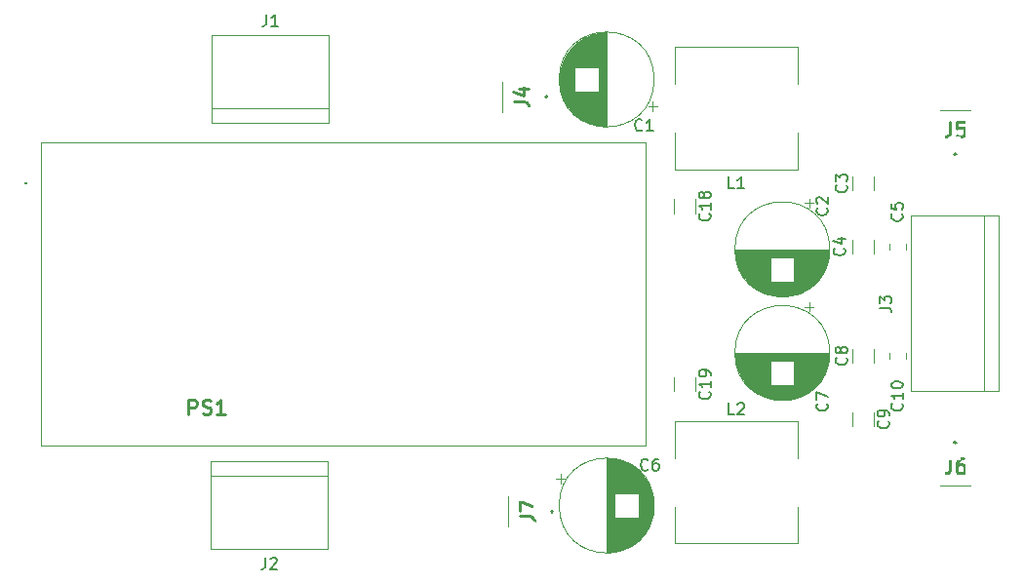
<source format=gto>
G04 #@! TF.GenerationSoftware,KiCad,Pcbnew,(5.1.4)-1*
G04 #@! TF.CreationDate,2021-06-03T13:44:04-04:00*
G04 #@! TF.ProjectId,controller_power_mod,636f6e74-726f-46c6-9c65-725f706f7765,rev?*
G04 #@! TF.SameCoordinates,Original*
G04 #@! TF.FileFunction,Legend,Top*
G04 #@! TF.FilePolarity,Positive*
%FSLAX46Y46*%
G04 Gerber Fmt 4.6, Leading zero omitted, Abs format (unit mm)*
G04 Created by KiCad (PCBNEW (5.1.4)-1) date 2021-06-03 13:44:04*
%MOMM*%
%LPD*%
G04 APERTURE LIST*
%ADD10C,0.200000*%
%ADD11C,0.100000*%
%ADD12C,0.120000*%
%ADD13C,0.254000*%
%ADD14C,0.150000*%
%ADD15R,2.302000X1.152000*%
%ADD16R,1.152000X1.102000*%
%ADD17R,1.152000X2.302000*%
%ADD18R,1.102000X1.152000*%
%ADD19C,3.102000*%
%ADD20R,3.102000X3.102000*%
%ADD21C,1.527000*%
%ADD22R,2.802000X3.702000*%
%ADD23C,1.252000*%
%ADD24C,1.702000*%
%ADD25R,1.702000X1.702000*%
%ADD26C,2.052000*%
G04 APERTURE END LIST*
D10*
X90000000Y-109600000D02*
G75*
G02X90000000Y-109400000I0J100000D01*
G01*
X90000000Y-109400000D02*
G75*
G02X90000000Y-109600000I0J-100000D01*
G01*
X90000000Y-109400000D02*
X90000000Y-109400000D01*
X90000000Y-109600000D02*
X90000000Y-109600000D01*
D11*
X86200000Y-110800000D02*
X86200000Y-108200000D01*
D10*
X125100000Y-103500000D02*
G75*
G02X124900000Y-103500000I-100000J0D01*
G01*
X124900000Y-103500000D02*
G75*
G02X125100000Y-103500000I100000J0D01*
G01*
X124900000Y-103500000D02*
X124900000Y-103500000D01*
X125100000Y-103500000D02*
X125100000Y-103500000D01*
D11*
X126300000Y-107300000D02*
X123700000Y-107300000D01*
D10*
X124900000Y-78500000D02*
G75*
G02X125100000Y-78500000I100000J0D01*
G01*
X125100000Y-78500000D02*
G75*
G02X124900000Y-78500000I-100000J0D01*
G01*
X125100000Y-78500000D02*
X125100000Y-78500000D01*
X124900000Y-78500000D02*
X124900000Y-78500000D01*
D11*
X123700000Y-74700000D02*
X126300000Y-74700000D01*
D10*
X89500000Y-73600000D02*
G75*
G02X89500000Y-73400000I0J100000D01*
G01*
X89500000Y-73400000D02*
G75*
G02X89500000Y-73600000I0J-100000D01*
G01*
X89500000Y-73400000D02*
X89500000Y-73400000D01*
X89500000Y-73600000D02*
X89500000Y-73600000D01*
D11*
X85700000Y-74800000D02*
X85700000Y-72200000D01*
D12*
X70540000Y-105190000D02*
X60380000Y-105190000D01*
X70540000Y-112810000D02*
X70540000Y-105190000D01*
X60380000Y-112810000D02*
X70540000Y-112810000D01*
X60380000Y-105190000D02*
X60380000Y-112810000D01*
X60380000Y-106460000D02*
X70540000Y-106460000D01*
X60460000Y-75810000D02*
X70620000Y-75810000D01*
X60460000Y-68190000D02*
X60460000Y-75810000D01*
X70620000Y-68190000D02*
X60460000Y-68190000D01*
X70620000Y-75810000D02*
X70620000Y-68190000D01*
X70620000Y-74540000D02*
X60460000Y-74540000D01*
X100590000Y-97885436D02*
X100590000Y-99089564D01*
X102410000Y-97885436D02*
X102410000Y-99089564D01*
X100590000Y-82397936D02*
X100590000Y-83602064D01*
X102410000Y-82397936D02*
X102410000Y-83602064D01*
X111300000Y-101700000D02*
X111300000Y-104900000D01*
X100700000Y-101700000D02*
X111300000Y-101700000D01*
X100700000Y-104900000D02*
X100700000Y-101700000D01*
X100700000Y-112300000D02*
X100700000Y-109100000D01*
X111300000Y-112300000D02*
X100700000Y-112300000D01*
X111300000Y-109100000D02*
X111300000Y-112300000D01*
X128810000Y-99040000D02*
X128810000Y-83800000D01*
X121190000Y-99040000D02*
X121190000Y-83800000D01*
X127540000Y-99040000D02*
X127540000Y-83800000D01*
X128810000Y-83800000D02*
X121190000Y-83800000D01*
X128810000Y-99040000D02*
X121190000Y-99040000D01*
X120710000Y-96286252D02*
X120710000Y-95763748D01*
X119290000Y-96286252D02*
X119290000Y-95763748D01*
X116090000Y-100897936D02*
X116090000Y-102102064D01*
X117910000Y-100897936D02*
X117910000Y-102102064D01*
X117910000Y-96602064D02*
X117910000Y-95397936D01*
X116090000Y-96602064D02*
X116090000Y-95397936D01*
X112715000Y-91740302D02*
X111915000Y-91740302D01*
X112315000Y-91340302D02*
X112315000Y-92140302D01*
X110533000Y-99831000D02*
X109467000Y-99831000D01*
X110768000Y-99791000D02*
X109232000Y-99791000D01*
X110948000Y-99751000D02*
X109052000Y-99751000D01*
X111098000Y-99711000D02*
X108902000Y-99711000D01*
X111229000Y-99671000D02*
X108771000Y-99671000D01*
X111346000Y-99631000D02*
X108654000Y-99631000D01*
X111453000Y-99591000D02*
X108547000Y-99591000D01*
X111552000Y-99551000D02*
X108448000Y-99551000D01*
X111645000Y-99511000D02*
X108355000Y-99511000D01*
X111731000Y-99471000D02*
X108269000Y-99471000D01*
X111813000Y-99431000D02*
X108187000Y-99431000D01*
X111890000Y-99391000D02*
X108110000Y-99391000D01*
X111964000Y-99351000D02*
X108036000Y-99351000D01*
X112034000Y-99311000D02*
X107966000Y-99311000D01*
X112102000Y-99271000D02*
X107898000Y-99271000D01*
X112166000Y-99231000D02*
X107834000Y-99231000D01*
X112228000Y-99191000D02*
X107772000Y-99191000D01*
X112287000Y-99151000D02*
X107713000Y-99151000D01*
X112345000Y-99111000D02*
X107655000Y-99111000D01*
X112400000Y-99071000D02*
X107600000Y-99071000D01*
X112454000Y-99031000D02*
X107546000Y-99031000D01*
X112505000Y-98991000D02*
X107495000Y-98991000D01*
X112556000Y-98951000D02*
X107444000Y-98951000D01*
X112604000Y-98911000D02*
X107396000Y-98911000D01*
X112651000Y-98871000D02*
X107349000Y-98871000D01*
X112697000Y-98831000D02*
X107303000Y-98831000D01*
X112741000Y-98791000D02*
X107259000Y-98791000D01*
X112784000Y-98751000D02*
X107216000Y-98751000D01*
X112826000Y-98711000D02*
X107174000Y-98711000D01*
X112867000Y-98671000D02*
X107133000Y-98671000D01*
X112907000Y-98631000D02*
X107093000Y-98631000D01*
X112945000Y-98591000D02*
X107055000Y-98591000D01*
X112983000Y-98551000D02*
X107017000Y-98551000D01*
X108960000Y-98511000D02*
X106981000Y-98511000D01*
X113019000Y-98511000D02*
X111040000Y-98511000D01*
X108960000Y-98471000D02*
X106945000Y-98471000D01*
X113055000Y-98471000D02*
X111040000Y-98471000D01*
X108960000Y-98431000D02*
X106910000Y-98431000D01*
X113090000Y-98431000D02*
X111040000Y-98431000D01*
X108960000Y-98391000D02*
X106876000Y-98391000D01*
X113124000Y-98391000D02*
X111040000Y-98391000D01*
X108960000Y-98351000D02*
X106844000Y-98351000D01*
X113156000Y-98351000D02*
X111040000Y-98351000D01*
X108960000Y-98311000D02*
X106811000Y-98311000D01*
X113189000Y-98311000D02*
X111040000Y-98311000D01*
X108960000Y-98271000D02*
X106780000Y-98271000D01*
X113220000Y-98271000D02*
X111040000Y-98271000D01*
X108960000Y-98231000D02*
X106750000Y-98231000D01*
X113250000Y-98231000D02*
X111040000Y-98231000D01*
X108960000Y-98191000D02*
X106720000Y-98191000D01*
X113280000Y-98191000D02*
X111040000Y-98191000D01*
X108960000Y-98151000D02*
X106691000Y-98151000D01*
X113309000Y-98151000D02*
X111040000Y-98151000D01*
X108960000Y-98111000D02*
X106662000Y-98111000D01*
X113338000Y-98111000D02*
X111040000Y-98111000D01*
X108960000Y-98071000D02*
X106635000Y-98071000D01*
X113365000Y-98071000D02*
X111040000Y-98071000D01*
X108960000Y-98031000D02*
X106608000Y-98031000D01*
X113392000Y-98031000D02*
X111040000Y-98031000D01*
X108960000Y-97991000D02*
X106582000Y-97991000D01*
X113418000Y-97991000D02*
X111040000Y-97991000D01*
X108960000Y-97951000D02*
X106556000Y-97951000D01*
X113444000Y-97951000D02*
X111040000Y-97951000D01*
X108960000Y-97911000D02*
X106531000Y-97911000D01*
X113469000Y-97911000D02*
X111040000Y-97911000D01*
X108960000Y-97871000D02*
X106507000Y-97871000D01*
X113493000Y-97871000D02*
X111040000Y-97871000D01*
X108960000Y-97831000D02*
X106483000Y-97831000D01*
X113517000Y-97831000D02*
X111040000Y-97831000D01*
X108960000Y-97791000D02*
X106460000Y-97791000D01*
X113540000Y-97791000D02*
X111040000Y-97791000D01*
X108960000Y-97751000D02*
X106438000Y-97751000D01*
X113562000Y-97751000D02*
X111040000Y-97751000D01*
X108960000Y-97711000D02*
X106416000Y-97711000D01*
X113584000Y-97711000D02*
X111040000Y-97711000D01*
X108960000Y-97671000D02*
X106394000Y-97671000D01*
X113606000Y-97671000D02*
X111040000Y-97671000D01*
X108960000Y-97631000D02*
X106373000Y-97631000D01*
X113627000Y-97631000D02*
X111040000Y-97631000D01*
X108960000Y-97591000D02*
X106353000Y-97591000D01*
X113647000Y-97591000D02*
X111040000Y-97591000D01*
X108960000Y-97551000D02*
X106334000Y-97551000D01*
X113666000Y-97551000D02*
X111040000Y-97551000D01*
X108960000Y-97511000D02*
X106314000Y-97511000D01*
X113686000Y-97511000D02*
X111040000Y-97511000D01*
X108960000Y-97471000D02*
X106296000Y-97471000D01*
X113704000Y-97471000D02*
X111040000Y-97471000D01*
X108960000Y-97431000D02*
X106278000Y-97431000D01*
X113722000Y-97431000D02*
X111040000Y-97431000D01*
X108960000Y-97391000D02*
X106260000Y-97391000D01*
X113740000Y-97391000D02*
X111040000Y-97391000D01*
X108960000Y-97351000D02*
X106243000Y-97351000D01*
X113757000Y-97351000D02*
X111040000Y-97351000D01*
X108960000Y-97311000D02*
X106226000Y-97311000D01*
X113774000Y-97311000D02*
X111040000Y-97311000D01*
X108960000Y-97271000D02*
X106210000Y-97271000D01*
X113790000Y-97271000D02*
X111040000Y-97271000D01*
X108960000Y-97231000D02*
X106195000Y-97231000D01*
X113805000Y-97231000D02*
X111040000Y-97231000D01*
X108960000Y-97191000D02*
X106179000Y-97191000D01*
X113821000Y-97191000D02*
X111040000Y-97191000D01*
X108960000Y-97151000D02*
X106165000Y-97151000D01*
X113835000Y-97151000D02*
X111040000Y-97151000D01*
X108960000Y-97111000D02*
X106150000Y-97111000D01*
X113850000Y-97111000D02*
X111040000Y-97111000D01*
X108960000Y-97071000D02*
X106137000Y-97071000D01*
X113863000Y-97071000D02*
X111040000Y-97071000D01*
X108960000Y-97031000D02*
X106123000Y-97031000D01*
X113877000Y-97031000D02*
X111040000Y-97031000D01*
X108960000Y-96991000D02*
X106111000Y-96991000D01*
X113889000Y-96991000D02*
X111040000Y-96991000D01*
X108960000Y-96951000D02*
X106098000Y-96951000D01*
X113902000Y-96951000D02*
X111040000Y-96951000D01*
X108960000Y-96911000D02*
X106086000Y-96911000D01*
X113914000Y-96911000D02*
X111040000Y-96911000D01*
X108960000Y-96871000D02*
X106075000Y-96871000D01*
X113925000Y-96871000D02*
X111040000Y-96871000D01*
X108960000Y-96831000D02*
X106064000Y-96831000D01*
X113936000Y-96831000D02*
X111040000Y-96831000D01*
X108960000Y-96791000D02*
X106053000Y-96791000D01*
X113947000Y-96791000D02*
X111040000Y-96791000D01*
X108960000Y-96751000D02*
X106043000Y-96751000D01*
X113957000Y-96751000D02*
X111040000Y-96751000D01*
X108960000Y-96711000D02*
X106033000Y-96711000D01*
X113967000Y-96711000D02*
X111040000Y-96711000D01*
X108960000Y-96671000D02*
X106024000Y-96671000D01*
X113976000Y-96671000D02*
X111040000Y-96671000D01*
X108960000Y-96631000D02*
X106015000Y-96631000D01*
X113985000Y-96631000D02*
X111040000Y-96631000D01*
X108960000Y-96591000D02*
X106006000Y-96591000D01*
X113994000Y-96591000D02*
X111040000Y-96591000D01*
X108960000Y-96551000D02*
X105998000Y-96551000D01*
X114002000Y-96551000D02*
X111040000Y-96551000D01*
X108960000Y-96511000D02*
X105990000Y-96511000D01*
X114010000Y-96511000D02*
X111040000Y-96511000D01*
X108960000Y-96471000D02*
X105983000Y-96471000D01*
X114017000Y-96471000D02*
X111040000Y-96471000D01*
X114024000Y-96430000D02*
X105976000Y-96430000D01*
X114030000Y-96390000D02*
X105970000Y-96390000D01*
X114037000Y-96350000D02*
X105963000Y-96350000D01*
X114042000Y-96310000D02*
X105958000Y-96310000D01*
X114048000Y-96270000D02*
X105952000Y-96270000D01*
X114052000Y-96230000D02*
X105948000Y-96230000D01*
X114057000Y-96190000D02*
X105943000Y-96190000D01*
X114061000Y-96150000D02*
X105939000Y-96150000D01*
X114065000Y-96110000D02*
X105935000Y-96110000D01*
X114068000Y-96070000D02*
X105932000Y-96070000D01*
X114071000Y-96030000D02*
X105929000Y-96030000D01*
X114074000Y-95990000D02*
X105926000Y-95990000D01*
X114076000Y-95950000D02*
X105924000Y-95950000D01*
X114077000Y-95910000D02*
X105923000Y-95910000D01*
X114079000Y-95870000D02*
X105921000Y-95870000D01*
X114080000Y-95830000D02*
X105920000Y-95830000D01*
X114080000Y-95790000D02*
X105920000Y-95790000D01*
X114080000Y-95750000D02*
X105920000Y-95750000D01*
X114120000Y-95750000D02*
G75*
G03X114120000Y-95750000I-4120000J0D01*
G01*
X90740302Y-106285000D02*
X90740302Y-107085000D01*
X90340302Y-106685000D02*
X91140302Y-106685000D01*
X98831000Y-108467000D02*
X98831000Y-109533000D01*
X98791000Y-108232000D02*
X98791000Y-109768000D01*
X98751000Y-108052000D02*
X98751000Y-109948000D01*
X98711000Y-107902000D02*
X98711000Y-110098000D01*
X98671000Y-107771000D02*
X98671000Y-110229000D01*
X98631000Y-107654000D02*
X98631000Y-110346000D01*
X98591000Y-107547000D02*
X98591000Y-110453000D01*
X98551000Y-107448000D02*
X98551000Y-110552000D01*
X98511000Y-107355000D02*
X98511000Y-110645000D01*
X98471000Y-107269000D02*
X98471000Y-110731000D01*
X98431000Y-107187000D02*
X98431000Y-110813000D01*
X98391000Y-107110000D02*
X98391000Y-110890000D01*
X98351000Y-107036000D02*
X98351000Y-110964000D01*
X98311000Y-106966000D02*
X98311000Y-111034000D01*
X98271000Y-106898000D02*
X98271000Y-111102000D01*
X98231000Y-106834000D02*
X98231000Y-111166000D01*
X98191000Y-106772000D02*
X98191000Y-111228000D01*
X98151000Y-106713000D02*
X98151000Y-111287000D01*
X98111000Y-106655000D02*
X98111000Y-111345000D01*
X98071000Y-106600000D02*
X98071000Y-111400000D01*
X98031000Y-106546000D02*
X98031000Y-111454000D01*
X97991000Y-106495000D02*
X97991000Y-111505000D01*
X97951000Y-106444000D02*
X97951000Y-111556000D01*
X97911000Y-106396000D02*
X97911000Y-111604000D01*
X97871000Y-106349000D02*
X97871000Y-111651000D01*
X97831000Y-106303000D02*
X97831000Y-111697000D01*
X97791000Y-106259000D02*
X97791000Y-111741000D01*
X97751000Y-106216000D02*
X97751000Y-111784000D01*
X97711000Y-106174000D02*
X97711000Y-111826000D01*
X97671000Y-106133000D02*
X97671000Y-111867000D01*
X97631000Y-106093000D02*
X97631000Y-111907000D01*
X97591000Y-106055000D02*
X97591000Y-111945000D01*
X97551000Y-106017000D02*
X97551000Y-111983000D01*
X97511000Y-110040000D02*
X97511000Y-112019000D01*
X97511000Y-105981000D02*
X97511000Y-107960000D01*
X97471000Y-110040000D02*
X97471000Y-112055000D01*
X97471000Y-105945000D02*
X97471000Y-107960000D01*
X97431000Y-110040000D02*
X97431000Y-112090000D01*
X97431000Y-105910000D02*
X97431000Y-107960000D01*
X97391000Y-110040000D02*
X97391000Y-112124000D01*
X97391000Y-105876000D02*
X97391000Y-107960000D01*
X97351000Y-110040000D02*
X97351000Y-112156000D01*
X97351000Y-105844000D02*
X97351000Y-107960000D01*
X97311000Y-110040000D02*
X97311000Y-112189000D01*
X97311000Y-105811000D02*
X97311000Y-107960000D01*
X97271000Y-110040000D02*
X97271000Y-112220000D01*
X97271000Y-105780000D02*
X97271000Y-107960000D01*
X97231000Y-110040000D02*
X97231000Y-112250000D01*
X97231000Y-105750000D02*
X97231000Y-107960000D01*
X97191000Y-110040000D02*
X97191000Y-112280000D01*
X97191000Y-105720000D02*
X97191000Y-107960000D01*
X97151000Y-110040000D02*
X97151000Y-112309000D01*
X97151000Y-105691000D02*
X97151000Y-107960000D01*
X97111000Y-110040000D02*
X97111000Y-112338000D01*
X97111000Y-105662000D02*
X97111000Y-107960000D01*
X97071000Y-110040000D02*
X97071000Y-112365000D01*
X97071000Y-105635000D02*
X97071000Y-107960000D01*
X97031000Y-110040000D02*
X97031000Y-112392000D01*
X97031000Y-105608000D02*
X97031000Y-107960000D01*
X96991000Y-110040000D02*
X96991000Y-112418000D01*
X96991000Y-105582000D02*
X96991000Y-107960000D01*
X96951000Y-110040000D02*
X96951000Y-112444000D01*
X96951000Y-105556000D02*
X96951000Y-107960000D01*
X96911000Y-110040000D02*
X96911000Y-112469000D01*
X96911000Y-105531000D02*
X96911000Y-107960000D01*
X96871000Y-110040000D02*
X96871000Y-112493000D01*
X96871000Y-105507000D02*
X96871000Y-107960000D01*
X96831000Y-110040000D02*
X96831000Y-112517000D01*
X96831000Y-105483000D02*
X96831000Y-107960000D01*
X96791000Y-110040000D02*
X96791000Y-112540000D01*
X96791000Y-105460000D02*
X96791000Y-107960000D01*
X96751000Y-110040000D02*
X96751000Y-112562000D01*
X96751000Y-105438000D02*
X96751000Y-107960000D01*
X96711000Y-110040000D02*
X96711000Y-112584000D01*
X96711000Y-105416000D02*
X96711000Y-107960000D01*
X96671000Y-110040000D02*
X96671000Y-112606000D01*
X96671000Y-105394000D02*
X96671000Y-107960000D01*
X96631000Y-110040000D02*
X96631000Y-112627000D01*
X96631000Y-105373000D02*
X96631000Y-107960000D01*
X96591000Y-110040000D02*
X96591000Y-112647000D01*
X96591000Y-105353000D02*
X96591000Y-107960000D01*
X96551000Y-110040000D02*
X96551000Y-112666000D01*
X96551000Y-105334000D02*
X96551000Y-107960000D01*
X96511000Y-110040000D02*
X96511000Y-112686000D01*
X96511000Y-105314000D02*
X96511000Y-107960000D01*
X96471000Y-110040000D02*
X96471000Y-112704000D01*
X96471000Y-105296000D02*
X96471000Y-107960000D01*
X96431000Y-110040000D02*
X96431000Y-112722000D01*
X96431000Y-105278000D02*
X96431000Y-107960000D01*
X96391000Y-110040000D02*
X96391000Y-112740000D01*
X96391000Y-105260000D02*
X96391000Y-107960000D01*
X96351000Y-110040000D02*
X96351000Y-112757000D01*
X96351000Y-105243000D02*
X96351000Y-107960000D01*
X96311000Y-110040000D02*
X96311000Y-112774000D01*
X96311000Y-105226000D02*
X96311000Y-107960000D01*
X96271000Y-110040000D02*
X96271000Y-112790000D01*
X96271000Y-105210000D02*
X96271000Y-107960000D01*
X96231000Y-110040000D02*
X96231000Y-112805000D01*
X96231000Y-105195000D02*
X96231000Y-107960000D01*
X96191000Y-110040000D02*
X96191000Y-112821000D01*
X96191000Y-105179000D02*
X96191000Y-107960000D01*
X96151000Y-110040000D02*
X96151000Y-112835000D01*
X96151000Y-105165000D02*
X96151000Y-107960000D01*
X96111000Y-110040000D02*
X96111000Y-112850000D01*
X96111000Y-105150000D02*
X96111000Y-107960000D01*
X96071000Y-110040000D02*
X96071000Y-112863000D01*
X96071000Y-105137000D02*
X96071000Y-107960000D01*
X96031000Y-110040000D02*
X96031000Y-112877000D01*
X96031000Y-105123000D02*
X96031000Y-107960000D01*
X95991000Y-110040000D02*
X95991000Y-112889000D01*
X95991000Y-105111000D02*
X95991000Y-107960000D01*
X95951000Y-110040000D02*
X95951000Y-112902000D01*
X95951000Y-105098000D02*
X95951000Y-107960000D01*
X95911000Y-110040000D02*
X95911000Y-112914000D01*
X95911000Y-105086000D02*
X95911000Y-107960000D01*
X95871000Y-110040000D02*
X95871000Y-112925000D01*
X95871000Y-105075000D02*
X95871000Y-107960000D01*
X95831000Y-110040000D02*
X95831000Y-112936000D01*
X95831000Y-105064000D02*
X95831000Y-107960000D01*
X95791000Y-110040000D02*
X95791000Y-112947000D01*
X95791000Y-105053000D02*
X95791000Y-107960000D01*
X95751000Y-110040000D02*
X95751000Y-112957000D01*
X95751000Y-105043000D02*
X95751000Y-107960000D01*
X95711000Y-110040000D02*
X95711000Y-112967000D01*
X95711000Y-105033000D02*
X95711000Y-107960000D01*
X95671000Y-110040000D02*
X95671000Y-112976000D01*
X95671000Y-105024000D02*
X95671000Y-107960000D01*
X95631000Y-110040000D02*
X95631000Y-112985000D01*
X95631000Y-105015000D02*
X95631000Y-107960000D01*
X95591000Y-110040000D02*
X95591000Y-112994000D01*
X95591000Y-105006000D02*
X95591000Y-107960000D01*
X95551000Y-110040000D02*
X95551000Y-113002000D01*
X95551000Y-104998000D02*
X95551000Y-107960000D01*
X95511000Y-110040000D02*
X95511000Y-113010000D01*
X95511000Y-104990000D02*
X95511000Y-107960000D01*
X95471000Y-110040000D02*
X95471000Y-113017000D01*
X95471000Y-104983000D02*
X95471000Y-107960000D01*
X95430000Y-104976000D02*
X95430000Y-113024000D01*
X95390000Y-104970000D02*
X95390000Y-113030000D01*
X95350000Y-104963000D02*
X95350000Y-113037000D01*
X95310000Y-104958000D02*
X95310000Y-113042000D01*
X95270000Y-104952000D02*
X95270000Y-113048000D01*
X95230000Y-104948000D02*
X95230000Y-113052000D01*
X95190000Y-104943000D02*
X95190000Y-113057000D01*
X95150000Y-104939000D02*
X95150000Y-113061000D01*
X95110000Y-104935000D02*
X95110000Y-113065000D01*
X95070000Y-104932000D02*
X95070000Y-113068000D01*
X95030000Y-104929000D02*
X95030000Y-113071000D01*
X94990000Y-104926000D02*
X94990000Y-113074000D01*
X94950000Y-104924000D02*
X94950000Y-113076000D01*
X94910000Y-104923000D02*
X94910000Y-113077000D01*
X94870000Y-104921000D02*
X94870000Y-113079000D01*
X94830000Y-104920000D02*
X94830000Y-113080000D01*
X94790000Y-104920000D02*
X94790000Y-113080000D01*
X94750000Y-104920000D02*
X94750000Y-113080000D01*
X98870000Y-109000000D02*
G75*
G03X98870000Y-109000000I-4120000J0D01*
G01*
D10*
X44400000Y-81000000D02*
G75*
G02X44300000Y-81000000I-50000J0D01*
G01*
X44300000Y-81000000D02*
G75*
G02X44400000Y-81000000I50000J0D01*
G01*
X44400000Y-81000000D02*
G75*
G02X44300000Y-81000000I-50000J0D01*
G01*
X44300000Y-81000000D02*
X44300000Y-81000000D01*
X44400000Y-81000000D02*
X44400000Y-81000000D01*
X44300000Y-81000000D02*
X44300000Y-81000000D01*
D11*
X45610000Y-103800000D02*
X45610000Y-77500000D01*
X98110000Y-103800000D02*
X45610000Y-103800000D01*
X98110000Y-77500000D02*
X98110000Y-103800000D01*
X45610000Y-77500000D02*
X98110000Y-77500000D01*
D12*
X111300000Y-69200000D02*
X111300000Y-72400000D01*
X100700000Y-69200000D02*
X111300000Y-69200000D01*
X100700000Y-72400000D02*
X100700000Y-69200000D01*
X100700000Y-79800000D02*
X100700000Y-76600000D01*
X111300000Y-79800000D02*
X100700000Y-79800000D01*
X111300000Y-76600000D02*
X111300000Y-79800000D01*
X119290000Y-86238748D02*
X119290000Y-86761252D01*
X120710000Y-86238748D02*
X120710000Y-86761252D01*
X116090000Y-85897936D02*
X116090000Y-87102064D01*
X117910000Y-85897936D02*
X117910000Y-87102064D01*
X117910000Y-81602064D02*
X117910000Y-80397936D01*
X116090000Y-81602064D02*
X116090000Y-80397936D01*
X112715000Y-82740302D02*
X111915000Y-82740302D01*
X112315000Y-82340302D02*
X112315000Y-83140302D01*
X110533000Y-90831000D02*
X109467000Y-90831000D01*
X110768000Y-90791000D02*
X109232000Y-90791000D01*
X110948000Y-90751000D02*
X109052000Y-90751000D01*
X111098000Y-90711000D02*
X108902000Y-90711000D01*
X111229000Y-90671000D02*
X108771000Y-90671000D01*
X111346000Y-90631000D02*
X108654000Y-90631000D01*
X111453000Y-90591000D02*
X108547000Y-90591000D01*
X111552000Y-90551000D02*
X108448000Y-90551000D01*
X111645000Y-90511000D02*
X108355000Y-90511000D01*
X111731000Y-90471000D02*
X108269000Y-90471000D01*
X111813000Y-90431000D02*
X108187000Y-90431000D01*
X111890000Y-90391000D02*
X108110000Y-90391000D01*
X111964000Y-90351000D02*
X108036000Y-90351000D01*
X112034000Y-90311000D02*
X107966000Y-90311000D01*
X112102000Y-90271000D02*
X107898000Y-90271000D01*
X112166000Y-90231000D02*
X107834000Y-90231000D01*
X112228000Y-90191000D02*
X107772000Y-90191000D01*
X112287000Y-90151000D02*
X107713000Y-90151000D01*
X112345000Y-90111000D02*
X107655000Y-90111000D01*
X112400000Y-90071000D02*
X107600000Y-90071000D01*
X112454000Y-90031000D02*
X107546000Y-90031000D01*
X112505000Y-89991000D02*
X107495000Y-89991000D01*
X112556000Y-89951000D02*
X107444000Y-89951000D01*
X112604000Y-89911000D02*
X107396000Y-89911000D01*
X112651000Y-89871000D02*
X107349000Y-89871000D01*
X112697000Y-89831000D02*
X107303000Y-89831000D01*
X112741000Y-89791000D02*
X107259000Y-89791000D01*
X112784000Y-89751000D02*
X107216000Y-89751000D01*
X112826000Y-89711000D02*
X107174000Y-89711000D01*
X112867000Y-89671000D02*
X107133000Y-89671000D01*
X112907000Y-89631000D02*
X107093000Y-89631000D01*
X112945000Y-89591000D02*
X107055000Y-89591000D01*
X112983000Y-89551000D02*
X107017000Y-89551000D01*
X108960000Y-89511000D02*
X106981000Y-89511000D01*
X113019000Y-89511000D02*
X111040000Y-89511000D01*
X108960000Y-89471000D02*
X106945000Y-89471000D01*
X113055000Y-89471000D02*
X111040000Y-89471000D01*
X108960000Y-89431000D02*
X106910000Y-89431000D01*
X113090000Y-89431000D02*
X111040000Y-89431000D01*
X108960000Y-89391000D02*
X106876000Y-89391000D01*
X113124000Y-89391000D02*
X111040000Y-89391000D01*
X108960000Y-89351000D02*
X106844000Y-89351000D01*
X113156000Y-89351000D02*
X111040000Y-89351000D01*
X108960000Y-89311000D02*
X106811000Y-89311000D01*
X113189000Y-89311000D02*
X111040000Y-89311000D01*
X108960000Y-89271000D02*
X106780000Y-89271000D01*
X113220000Y-89271000D02*
X111040000Y-89271000D01*
X108960000Y-89231000D02*
X106750000Y-89231000D01*
X113250000Y-89231000D02*
X111040000Y-89231000D01*
X108960000Y-89191000D02*
X106720000Y-89191000D01*
X113280000Y-89191000D02*
X111040000Y-89191000D01*
X108960000Y-89151000D02*
X106691000Y-89151000D01*
X113309000Y-89151000D02*
X111040000Y-89151000D01*
X108960000Y-89111000D02*
X106662000Y-89111000D01*
X113338000Y-89111000D02*
X111040000Y-89111000D01*
X108960000Y-89071000D02*
X106635000Y-89071000D01*
X113365000Y-89071000D02*
X111040000Y-89071000D01*
X108960000Y-89031000D02*
X106608000Y-89031000D01*
X113392000Y-89031000D02*
X111040000Y-89031000D01*
X108960000Y-88991000D02*
X106582000Y-88991000D01*
X113418000Y-88991000D02*
X111040000Y-88991000D01*
X108960000Y-88951000D02*
X106556000Y-88951000D01*
X113444000Y-88951000D02*
X111040000Y-88951000D01*
X108960000Y-88911000D02*
X106531000Y-88911000D01*
X113469000Y-88911000D02*
X111040000Y-88911000D01*
X108960000Y-88871000D02*
X106507000Y-88871000D01*
X113493000Y-88871000D02*
X111040000Y-88871000D01*
X108960000Y-88831000D02*
X106483000Y-88831000D01*
X113517000Y-88831000D02*
X111040000Y-88831000D01*
X108960000Y-88791000D02*
X106460000Y-88791000D01*
X113540000Y-88791000D02*
X111040000Y-88791000D01*
X108960000Y-88751000D02*
X106438000Y-88751000D01*
X113562000Y-88751000D02*
X111040000Y-88751000D01*
X108960000Y-88711000D02*
X106416000Y-88711000D01*
X113584000Y-88711000D02*
X111040000Y-88711000D01*
X108960000Y-88671000D02*
X106394000Y-88671000D01*
X113606000Y-88671000D02*
X111040000Y-88671000D01*
X108960000Y-88631000D02*
X106373000Y-88631000D01*
X113627000Y-88631000D02*
X111040000Y-88631000D01*
X108960000Y-88591000D02*
X106353000Y-88591000D01*
X113647000Y-88591000D02*
X111040000Y-88591000D01*
X108960000Y-88551000D02*
X106334000Y-88551000D01*
X113666000Y-88551000D02*
X111040000Y-88551000D01*
X108960000Y-88511000D02*
X106314000Y-88511000D01*
X113686000Y-88511000D02*
X111040000Y-88511000D01*
X108960000Y-88471000D02*
X106296000Y-88471000D01*
X113704000Y-88471000D02*
X111040000Y-88471000D01*
X108960000Y-88431000D02*
X106278000Y-88431000D01*
X113722000Y-88431000D02*
X111040000Y-88431000D01*
X108960000Y-88391000D02*
X106260000Y-88391000D01*
X113740000Y-88391000D02*
X111040000Y-88391000D01*
X108960000Y-88351000D02*
X106243000Y-88351000D01*
X113757000Y-88351000D02*
X111040000Y-88351000D01*
X108960000Y-88311000D02*
X106226000Y-88311000D01*
X113774000Y-88311000D02*
X111040000Y-88311000D01*
X108960000Y-88271000D02*
X106210000Y-88271000D01*
X113790000Y-88271000D02*
X111040000Y-88271000D01*
X108960000Y-88231000D02*
X106195000Y-88231000D01*
X113805000Y-88231000D02*
X111040000Y-88231000D01*
X108960000Y-88191000D02*
X106179000Y-88191000D01*
X113821000Y-88191000D02*
X111040000Y-88191000D01*
X108960000Y-88151000D02*
X106165000Y-88151000D01*
X113835000Y-88151000D02*
X111040000Y-88151000D01*
X108960000Y-88111000D02*
X106150000Y-88111000D01*
X113850000Y-88111000D02*
X111040000Y-88111000D01*
X108960000Y-88071000D02*
X106137000Y-88071000D01*
X113863000Y-88071000D02*
X111040000Y-88071000D01*
X108960000Y-88031000D02*
X106123000Y-88031000D01*
X113877000Y-88031000D02*
X111040000Y-88031000D01*
X108960000Y-87991000D02*
X106111000Y-87991000D01*
X113889000Y-87991000D02*
X111040000Y-87991000D01*
X108960000Y-87951000D02*
X106098000Y-87951000D01*
X113902000Y-87951000D02*
X111040000Y-87951000D01*
X108960000Y-87911000D02*
X106086000Y-87911000D01*
X113914000Y-87911000D02*
X111040000Y-87911000D01*
X108960000Y-87871000D02*
X106075000Y-87871000D01*
X113925000Y-87871000D02*
X111040000Y-87871000D01*
X108960000Y-87831000D02*
X106064000Y-87831000D01*
X113936000Y-87831000D02*
X111040000Y-87831000D01*
X108960000Y-87791000D02*
X106053000Y-87791000D01*
X113947000Y-87791000D02*
X111040000Y-87791000D01*
X108960000Y-87751000D02*
X106043000Y-87751000D01*
X113957000Y-87751000D02*
X111040000Y-87751000D01*
X108960000Y-87711000D02*
X106033000Y-87711000D01*
X113967000Y-87711000D02*
X111040000Y-87711000D01*
X108960000Y-87671000D02*
X106024000Y-87671000D01*
X113976000Y-87671000D02*
X111040000Y-87671000D01*
X108960000Y-87631000D02*
X106015000Y-87631000D01*
X113985000Y-87631000D02*
X111040000Y-87631000D01*
X108960000Y-87591000D02*
X106006000Y-87591000D01*
X113994000Y-87591000D02*
X111040000Y-87591000D01*
X108960000Y-87551000D02*
X105998000Y-87551000D01*
X114002000Y-87551000D02*
X111040000Y-87551000D01*
X108960000Y-87511000D02*
X105990000Y-87511000D01*
X114010000Y-87511000D02*
X111040000Y-87511000D01*
X108960000Y-87471000D02*
X105983000Y-87471000D01*
X114017000Y-87471000D02*
X111040000Y-87471000D01*
X114024000Y-87430000D02*
X105976000Y-87430000D01*
X114030000Y-87390000D02*
X105970000Y-87390000D01*
X114037000Y-87350000D02*
X105963000Y-87350000D01*
X114042000Y-87310000D02*
X105958000Y-87310000D01*
X114048000Y-87270000D02*
X105952000Y-87270000D01*
X114052000Y-87230000D02*
X105948000Y-87230000D01*
X114057000Y-87190000D02*
X105943000Y-87190000D01*
X114061000Y-87150000D02*
X105939000Y-87150000D01*
X114065000Y-87110000D02*
X105935000Y-87110000D01*
X114068000Y-87070000D02*
X105932000Y-87070000D01*
X114071000Y-87030000D02*
X105929000Y-87030000D01*
X114074000Y-86990000D02*
X105926000Y-86990000D01*
X114076000Y-86950000D02*
X105924000Y-86950000D01*
X114077000Y-86910000D02*
X105923000Y-86910000D01*
X114079000Y-86870000D02*
X105921000Y-86870000D01*
X114080000Y-86830000D02*
X105920000Y-86830000D01*
X114080000Y-86790000D02*
X105920000Y-86790000D01*
X114080000Y-86750000D02*
X105920000Y-86750000D01*
X114120000Y-86750000D02*
G75*
G03X114120000Y-86750000I-4120000J0D01*
G01*
X98759698Y-74715000D02*
X98759698Y-73915000D01*
X99159698Y-74315000D02*
X98359698Y-74315000D01*
X90669000Y-72533000D02*
X90669000Y-71467000D01*
X90709000Y-72768000D02*
X90709000Y-71232000D01*
X90749000Y-72948000D02*
X90749000Y-71052000D01*
X90789000Y-73098000D02*
X90789000Y-70902000D01*
X90829000Y-73229000D02*
X90829000Y-70771000D01*
X90869000Y-73346000D02*
X90869000Y-70654000D01*
X90909000Y-73453000D02*
X90909000Y-70547000D01*
X90949000Y-73552000D02*
X90949000Y-70448000D01*
X90989000Y-73645000D02*
X90989000Y-70355000D01*
X91029000Y-73731000D02*
X91029000Y-70269000D01*
X91069000Y-73813000D02*
X91069000Y-70187000D01*
X91109000Y-73890000D02*
X91109000Y-70110000D01*
X91149000Y-73964000D02*
X91149000Y-70036000D01*
X91189000Y-74034000D02*
X91189000Y-69966000D01*
X91229000Y-74102000D02*
X91229000Y-69898000D01*
X91269000Y-74166000D02*
X91269000Y-69834000D01*
X91309000Y-74228000D02*
X91309000Y-69772000D01*
X91349000Y-74287000D02*
X91349000Y-69713000D01*
X91389000Y-74345000D02*
X91389000Y-69655000D01*
X91429000Y-74400000D02*
X91429000Y-69600000D01*
X91469000Y-74454000D02*
X91469000Y-69546000D01*
X91509000Y-74505000D02*
X91509000Y-69495000D01*
X91549000Y-74556000D02*
X91549000Y-69444000D01*
X91589000Y-74604000D02*
X91589000Y-69396000D01*
X91629000Y-74651000D02*
X91629000Y-69349000D01*
X91669000Y-74697000D02*
X91669000Y-69303000D01*
X91709000Y-74741000D02*
X91709000Y-69259000D01*
X91749000Y-74784000D02*
X91749000Y-69216000D01*
X91789000Y-74826000D02*
X91789000Y-69174000D01*
X91829000Y-74867000D02*
X91829000Y-69133000D01*
X91869000Y-74907000D02*
X91869000Y-69093000D01*
X91909000Y-74945000D02*
X91909000Y-69055000D01*
X91949000Y-74983000D02*
X91949000Y-69017000D01*
X91989000Y-70960000D02*
X91989000Y-68981000D01*
X91989000Y-75019000D02*
X91989000Y-73040000D01*
X92029000Y-70960000D02*
X92029000Y-68945000D01*
X92029000Y-75055000D02*
X92029000Y-73040000D01*
X92069000Y-70960000D02*
X92069000Y-68910000D01*
X92069000Y-75090000D02*
X92069000Y-73040000D01*
X92109000Y-70960000D02*
X92109000Y-68876000D01*
X92109000Y-75124000D02*
X92109000Y-73040000D01*
X92149000Y-70960000D02*
X92149000Y-68844000D01*
X92149000Y-75156000D02*
X92149000Y-73040000D01*
X92189000Y-70960000D02*
X92189000Y-68811000D01*
X92189000Y-75189000D02*
X92189000Y-73040000D01*
X92229000Y-70960000D02*
X92229000Y-68780000D01*
X92229000Y-75220000D02*
X92229000Y-73040000D01*
X92269000Y-70960000D02*
X92269000Y-68750000D01*
X92269000Y-75250000D02*
X92269000Y-73040000D01*
X92309000Y-70960000D02*
X92309000Y-68720000D01*
X92309000Y-75280000D02*
X92309000Y-73040000D01*
X92349000Y-70960000D02*
X92349000Y-68691000D01*
X92349000Y-75309000D02*
X92349000Y-73040000D01*
X92389000Y-70960000D02*
X92389000Y-68662000D01*
X92389000Y-75338000D02*
X92389000Y-73040000D01*
X92429000Y-70960000D02*
X92429000Y-68635000D01*
X92429000Y-75365000D02*
X92429000Y-73040000D01*
X92469000Y-70960000D02*
X92469000Y-68608000D01*
X92469000Y-75392000D02*
X92469000Y-73040000D01*
X92509000Y-70960000D02*
X92509000Y-68582000D01*
X92509000Y-75418000D02*
X92509000Y-73040000D01*
X92549000Y-70960000D02*
X92549000Y-68556000D01*
X92549000Y-75444000D02*
X92549000Y-73040000D01*
X92589000Y-70960000D02*
X92589000Y-68531000D01*
X92589000Y-75469000D02*
X92589000Y-73040000D01*
X92629000Y-70960000D02*
X92629000Y-68507000D01*
X92629000Y-75493000D02*
X92629000Y-73040000D01*
X92669000Y-70960000D02*
X92669000Y-68483000D01*
X92669000Y-75517000D02*
X92669000Y-73040000D01*
X92709000Y-70960000D02*
X92709000Y-68460000D01*
X92709000Y-75540000D02*
X92709000Y-73040000D01*
X92749000Y-70960000D02*
X92749000Y-68438000D01*
X92749000Y-75562000D02*
X92749000Y-73040000D01*
X92789000Y-70960000D02*
X92789000Y-68416000D01*
X92789000Y-75584000D02*
X92789000Y-73040000D01*
X92829000Y-70960000D02*
X92829000Y-68394000D01*
X92829000Y-75606000D02*
X92829000Y-73040000D01*
X92869000Y-70960000D02*
X92869000Y-68373000D01*
X92869000Y-75627000D02*
X92869000Y-73040000D01*
X92909000Y-70960000D02*
X92909000Y-68353000D01*
X92909000Y-75647000D02*
X92909000Y-73040000D01*
X92949000Y-70960000D02*
X92949000Y-68334000D01*
X92949000Y-75666000D02*
X92949000Y-73040000D01*
X92989000Y-70960000D02*
X92989000Y-68314000D01*
X92989000Y-75686000D02*
X92989000Y-73040000D01*
X93029000Y-70960000D02*
X93029000Y-68296000D01*
X93029000Y-75704000D02*
X93029000Y-73040000D01*
X93069000Y-70960000D02*
X93069000Y-68278000D01*
X93069000Y-75722000D02*
X93069000Y-73040000D01*
X93109000Y-70960000D02*
X93109000Y-68260000D01*
X93109000Y-75740000D02*
X93109000Y-73040000D01*
X93149000Y-70960000D02*
X93149000Y-68243000D01*
X93149000Y-75757000D02*
X93149000Y-73040000D01*
X93189000Y-70960000D02*
X93189000Y-68226000D01*
X93189000Y-75774000D02*
X93189000Y-73040000D01*
X93229000Y-70960000D02*
X93229000Y-68210000D01*
X93229000Y-75790000D02*
X93229000Y-73040000D01*
X93269000Y-70960000D02*
X93269000Y-68195000D01*
X93269000Y-75805000D02*
X93269000Y-73040000D01*
X93309000Y-70960000D02*
X93309000Y-68179000D01*
X93309000Y-75821000D02*
X93309000Y-73040000D01*
X93349000Y-70960000D02*
X93349000Y-68165000D01*
X93349000Y-75835000D02*
X93349000Y-73040000D01*
X93389000Y-70960000D02*
X93389000Y-68150000D01*
X93389000Y-75850000D02*
X93389000Y-73040000D01*
X93429000Y-70960000D02*
X93429000Y-68137000D01*
X93429000Y-75863000D02*
X93429000Y-73040000D01*
X93469000Y-70960000D02*
X93469000Y-68123000D01*
X93469000Y-75877000D02*
X93469000Y-73040000D01*
X93509000Y-70960000D02*
X93509000Y-68111000D01*
X93509000Y-75889000D02*
X93509000Y-73040000D01*
X93549000Y-70960000D02*
X93549000Y-68098000D01*
X93549000Y-75902000D02*
X93549000Y-73040000D01*
X93589000Y-70960000D02*
X93589000Y-68086000D01*
X93589000Y-75914000D02*
X93589000Y-73040000D01*
X93629000Y-70960000D02*
X93629000Y-68075000D01*
X93629000Y-75925000D02*
X93629000Y-73040000D01*
X93669000Y-70960000D02*
X93669000Y-68064000D01*
X93669000Y-75936000D02*
X93669000Y-73040000D01*
X93709000Y-70960000D02*
X93709000Y-68053000D01*
X93709000Y-75947000D02*
X93709000Y-73040000D01*
X93749000Y-70960000D02*
X93749000Y-68043000D01*
X93749000Y-75957000D02*
X93749000Y-73040000D01*
X93789000Y-70960000D02*
X93789000Y-68033000D01*
X93789000Y-75967000D02*
X93789000Y-73040000D01*
X93829000Y-70960000D02*
X93829000Y-68024000D01*
X93829000Y-75976000D02*
X93829000Y-73040000D01*
X93869000Y-70960000D02*
X93869000Y-68015000D01*
X93869000Y-75985000D02*
X93869000Y-73040000D01*
X93909000Y-70960000D02*
X93909000Y-68006000D01*
X93909000Y-75994000D02*
X93909000Y-73040000D01*
X93949000Y-70960000D02*
X93949000Y-67998000D01*
X93949000Y-76002000D02*
X93949000Y-73040000D01*
X93989000Y-70960000D02*
X93989000Y-67990000D01*
X93989000Y-76010000D02*
X93989000Y-73040000D01*
X94029000Y-70960000D02*
X94029000Y-67983000D01*
X94029000Y-76017000D02*
X94029000Y-73040000D01*
X94070000Y-76024000D02*
X94070000Y-67976000D01*
X94110000Y-76030000D02*
X94110000Y-67970000D01*
X94150000Y-76037000D02*
X94150000Y-67963000D01*
X94190000Y-76042000D02*
X94190000Y-67958000D01*
X94230000Y-76048000D02*
X94230000Y-67952000D01*
X94270000Y-76052000D02*
X94270000Y-67948000D01*
X94310000Y-76057000D02*
X94310000Y-67943000D01*
X94350000Y-76061000D02*
X94350000Y-67939000D01*
X94390000Y-76065000D02*
X94390000Y-67935000D01*
X94430000Y-76068000D02*
X94430000Y-67932000D01*
X94470000Y-76071000D02*
X94470000Y-67929000D01*
X94510000Y-76074000D02*
X94510000Y-67926000D01*
X94550000Y-76076000D02*
X94550000Y-67924000D01*
X94590000Y-76077000D02*
X94590000Y-67923000D01*
X94630000Y-76079000D02*
X94630000Y-67921000D01*
X94670000Y-76080000D02*
X94670000Y-67920000D01*
X94710000Y-76080000D02*
X94710000Y-67920000D01*
X94750000Y-76080000D02*
X94750000Y-67920000D01*
X98870000Y-72000000D02*
G75*
G03X98870000Y-72000000I-4120000J0D01*
G01*
D13*
X87179523Y-109923333D02*
X88086666Y-109923333D01*
X88268095Y-109983809D01*
X88389047Y-110104761D01*
X88449523Y-110286190D01*
X88449523Y-110407142D01*
X87179523Y-109439523D02*
X87179523Y-108592857D01*
X88449523Y-109137142D01*
X124576666Y-104929523D02*
X124576666Y-105836666D01*
X124516190Y-106018095D01*
X124395238Y-106139047D01*
X124213809Y-106199523D01*
X124092857Y-106199523D01*
X125725714Y-104929523D02*
X125483809Y-104929523D01*
X125362857Y-104990000D01*
X125302380Y-105050476D01*
X125181428Y-105231904D01*
X125120952Y-105473809D01*
X125120952Y-105957619D01*
X125181428Y-106078571D01*
X125241904Y-106139047D01*
X125362857Y-106199523D01*
X125604761Y-106199523D01*
X125725714Y-106139047D01*
X125786190Y-106078571D01*
X125846666Y-105957619D01*
X125846666Y-105655238D01*
X125786190Y-105534285D01*
X125725714Y-105473809D01*
X125604761Y-105413333D01*
X125362857Y-105413333D01*
X125241904Y-105473809D01*
X125181428Y-105534285D01*
X125120952Y-105655238D01*
X124576666Y-75679523D02*
X124576666Y-76586666D01*
X124516190Y-76768095D01*
X124395238Y-76889047D01*
X124213809Y-76949523D01*
X124092857Y-76949523D01*
X125786190Y-75679523D02*
X125181428Y-75679523D01*
X125120952Y-76284285D01*
X125181428Y-76223809D01*
X125302380Y-76163333D01*
X125604761Y-76163333D01*
X125725714Y-76223809D01*
X125786190Y-76284285D01*
X125846666Y-76405238D01*
X125846666Y-76707619D01*
X125786190Y-76828571D01*
X125725714Y-76889047D01*
X125604761Y-76949523D01*
X125302380Y-76949523D01*
X125181428Y-76889047D01*
X125120952Y-76828571D01*
X86679523Y-73923333D02*
X87586666Y-73923333D01*
X87768095Y-73983809D01*
X87889047Y-74104761D01*
X87949523Y-74286190D01*
X87949523Y-74407142D01*
X87102857Y-72774285D02*
X87949523Y-72774285D01*
X86619047Y-73076666D02*
X87526190Y-73379047D01*
X87526190Y-72592857D01*
D14*
X65126666Y-113532380D02*
X65126666Y-114246666D01*
X65079047Y-114389523D01*
X64983809Y-114484761D01*
X64840952Y-114532380D01*
X64745714Y-114532380D01*
X65555238Y-113627619D02*
X65602857Y-113580000D01*
X65698095Y-113532380D01*
X65936190Y-113532380D01*
X66031428Y-113580000D01*
X66079047Y-113627619D01*
X66126666Y-113722857D01*
X66126666Y-113818095D01*
X66079047Y-113960952D01*
X65507619Y-114532380D01*
X66126666Y-114532380D01*
X65206666Y-66372380D02*
X65206666Y-67086666D01*
X65159047Y-67229523D01*
X65063809Y-67324761D01*
X64920952Y-67372380D01*
X64825714Y-67372380D01*
X66206666Y-67372380D02*
X65635238Y-67372380D01*
X65920952Y-67372380D02*
X65920952Y-66372380D01*
X65825714Y-66515238D01*
X65730476Y-66610476D01*
X65635238Y-66658095D01*
X103677142Y-99130357D02*
X103724761Y-99177976D01*
X103772380Y-99320833D01*
X103772380Y-99416071D01*
X103724761Y-99558928D01*
X103629523Y-99654166D01*
X103534285Y-99701785D01*
X103343809Y-99749404D01*
X103200952Y-99749404D01*
X103010476Y-99701785D01*
X102915238Y-99654166D01*
X102820000Y-99558928D01*
X102772380Y-99416071D01*
X102772380Y-99320833D01*
X102820000Y-99177976D01*
X102867619Y-99130357D01*
X103772380Y-98177976D02*
X103772380Y-98749404D01*
X103772380Y-98463690D02*
X102772380Y-98463690D01*
X102915238Y-98558928D01*
X103010476Y-98654166D01*
X103058095Y-98749404D01*
X103772380Y-97701785D02*
X103772380Y-97511309D01*
X103724761Y-97416071D01*
X103677142Y-97368452D01*
X103534285Y-97273214D01*
X103343809Y-97225595D01*
X102962857Y-97225595D01*
X102867619Y-97273214D01*
X102820000Y-97320833D01*
X102772380Y-97416071D01*
X102772380Y-97606547D01*
X102820000Y-97701785D01*
X102867619Y-97749404D01*
X102962857Y-97797023D01*
X103200952Y-97797023D01*
X103296190Y-97749404D01*
X103343809Y-97701785D01*
X103391428Y-97606547D01*
X103391428Y-97416071D01*
X103343809Y-97320833D01*
X103296190Y-97273214D01*
X103200952Y-97225595D01*
X103677142Y-83642857D02*
X103724761Y-83690476D01*
X103772380Y-83833333D01*
X103772380Y-83928571D01*
X103724761Y-84071428D01*
X103629523Y-84166666D01*
X103534285Y-84214285D01*
X103343809Y-84261904D01*
X103200952Y-84261904D01*
X103010476Y-84214285D01*
X102915238Y-84166666D01*
X102820000Y-84071428D01*
X102772380Y-83928571D01*
X102772380Y-83833333D01*
X102820000Y-83690476D01*
X102867619Y-83642857D01*
X103772380Y-82690476D02*
X103772380Y-83261904D01*
X103772380Y-82976190D02*
X102772380Y-82976190D01*
X102915238Y-83071428D01*
X103010476Y-83166666D01*
X103058095Y-83261904D01*
X103200952Y-82119047D02*
X103153333Y-82214285D01*
X103105714Y-82261904D01*
X103010476Y-82309523D01*
X102962857Y-82309523D01*
X102867619Y-82261904D01*
X102820000Y-82214285D01*
X102772380Y-82119047D01*
X102772380Y-81928571D01*
X102820000Y-81833333D01*
X102867619Y-81785714D01*
X102962857Y-81738095D01*
X103010476Y-81738095D01*
X103105714Y-81785714D01*
X103153333Y-81833333D01*
X103200952Y-81928571D01*
X103200952Y-82119047D01*
X103248571Y-82214285D01*
X103296190Y-82261904D01*
X103391428Y-82309523D01*
X103581904Y-82309523D01*
X103677142Y-82261904D01*
X103724761Y-82214285D01*
X103772380Y-82119047D01*
X103772380Y-81928571D01*
X103724761Y-81833333D01*
X103677142Y-81785714D01*
X103581904Y-81738095D01*
X103391428Y-81738095D01*
X103296190Y-81785714D01*
X103248571Y-81833333D01*
X103200952Y-81928571D01*
X105833333Y-101102380D02*
X105357142Y-101102380D01*
X105357142Y-100102380D01*
X106119047Y-100197619D02*
X106166666Y-100150000D01*
X106261904Y-100102380D01*
X106500000Y-100102380D01*
X106595238Y-100150000D01*
X106642857Y-100197619D01*
X106690476Y-100292857D01*
X106690476Y-100388095D01*
X106642857Y-100530952D01*
X106071428Y-101102380D01*
X106690476Y-101102380D01*
X118452380Y-91833333D02*
X119166666Y-91833333D01*
X119309523Y-91880952D01*
X119404761Y-91976190D01*
X119452380Y-92119047D01*
X119452380Y-92214285D01*
X118452380Y-91452380D02*
X118452380Y-90833333D01*
X118833333Y-91166666D01*
X118833333Y-91023809D01*
X118880952Y-90928571D01*
X118928571Y-90880952D01*
X119023809Y-90833333D01*
X119261904Y-90833333D01*
X119357142Y-90880952D01*
X119404761Y-90928571D01*
X119452380Y-91023809D01*
X119452380Y-91309523D01*
X119404761Y-91404761D01*
X119357142Y-91452380D01*
X120357142Y-100142857D02*
X120404761Y-100190476D01*
X120452380Y-100333333D01*
X120452380Y-100428571D01*
X120404761Y-100571428D01*
X120309523Y-100666666D01*
X120214285Y-100714285D01*
X120023809Y-100761904D01*
X119880952Y-100761904D01*
X119690476Y-100714285D01*
X119595238Y-100666666D01*
X119500000Y-100571428D01*
X119452380Y-100428571D01*
X119452380Y-100333333D01*
X119500000Y-100190476D01*
X119547619Y-100142857D01*
X120452380Y-99190476D02*
X120452380Y-99761904D01*
X120452380Y-99476190D02*
X119452380Y-99476190D01*
X119595238Y-99571428D01*
X119690476Y-99666666D01*
X119738095Y-99761904D01*
X119452380Y-98571428D02*
X119452380Y-98476190D01*
X119500000Y-98380952D01*
X119547619Y-98333333D01*
X119642857Y-98285714D01*
X119833333Y-98238095D01*
X120071428Y-98238095D01*
X120261904Y-98285714D01*
X120357142Y-98333333D01*
X120404761Y-98380952D01*
X120452380Y-98476190D01*
X120452380Y-98571428D01*
X120404761Y-98666666D01*
X120357142Y-98714285D01*
X120261904Y-98761904D01*
X120071428Y-98809523D01*
X119833333Y-98809523D01*
X119642857Y-98761904D01*
X119547619Y-98714285D01*
X119500000Y-98666666D01*
X119452380Y-98571428D01*
X119177142Y-101666666D02*
X119224761Y-101714285D01*
X119272380Y-101857142D01*
X119272380Y-101952380D01*
X119224761Y-102095238D01*
X119129523Y-102190476D01*
X119034285Y-102238095D01*
X118843809Y-102285714D01*
X118700952Y-102285714D01*
X118510476Y-102238095D01*
X118415238Y-102190476D01*
X118320000Y-102095238D01*
X118272380Y-101952380D01*
X118272380Y-101857142D01*
X118320000Y-101714285D01*
X118367619Y-101666666D01*
X119272380Y-101190476D02*
X119272380Y-101000000D01*
X119224761Y-100904761D01*
X119177142Y-100857142D01*
X119034285Y-100761904D01*
X118843809Y-100714285D01*
X118462857Y-100714285D01*
X118367619Y-100761904D01*
X118320000Y-100809523D01*
X118272380Y-100904761D01*
X118272380Y-101095238D01*
X118320000Y-101190476D01*
X118367619Y-101238095D01*
X118462857Y-101285714D01*
X118700952Y-101285714D01*
X118796190Y-101238095D01*
X118843809Y-101190476D01*
X118891428Y-101095238D01*
X118891428Y-100904761D01*
X118843809Y-100809523D01*
X118796190Y-100761904D01*
X118700952Y-100714285D01*
X115537142Y-96166666D02*
X115584761Y-96214285D01*
X115632380Y-96357142D01*
X115632380Y-96452380D01*
X115584761Y-96595238D01*
X115489523Y-96690476D01*
X115394285Y-96738095D01*
X115203809Y-96785714D01*
X115060952Y-96785714D01*
X114870476Y-96738095D01*
X114775238Y-96690476D01*
X114680000Y-96595238D01*
X114632380Y-96452380D01*
X114632380Y-96357142D01*
X114680000Y-96214285D01*
X114727619Y-96166666D01*
X115060952Y-95595238D02*
X115013333Y-95690476D01*
X114965714Y-95738095D01*
X114870476Y-95785714D01*
X114822857Y-95785714D01*
X114727619Y-95738095D01*
X114680000Y-95690476D01*
X114632380Y-95595238D01*
X114632380Y-95404761D01*
X114680000Y-95309523D01*
X114727619Y-95261904D01*
X114822857Y-95214285D01*
X114870476Y-95214285D01*
X114965714Y-95261904D01*
X115013333Y-95309523D01*
X115060952Y-95404761D01*
X115060952Y-95595238D01*
X115108571Y-95690476D01*
X115156190Y-95738095D01*
X115251428Y-95785714D01*
X115441904Y-95785714D01*
X115537142Y-95738095D01*
X115584761Y-95690476D01*
X115632380Y-95595238D01*
X115632380Y-95404761D01*
X115584761Y-95309523D01*
X115537142Y-95261904D01*
X115441904Y-95214285D01*
X115251428Y-95214285D01*
X115156190Y-95261904D01*
X115108571Y-95309523D01*
X115060952Y-95404761D01*
X113857142Y-100166666D02*
X113904761Y-100214285D01*
X113952380Y-100357142D01*
X113952380Y-100452380D01*
X113904761Y-100595238D01*
X113809523Y-100690476D01*
X113714285Y-100738095D01*
X113523809Y-100785714D01*
X113380952Y-100785714D01*
X113190476Y-100738095D01*
X113095238Y-100690476D01*
X113000000Y-100595238D01*
X112952380Y-100452380D01*
X112952380Y-100357142D01*
X113000000Y-100214285D01*
X113047619Y-100166666D01*
X112952380Y-99833333D02*
X112952380Y-99166666D01*
X113952380Y-99595238D01*
X98333333Y-105857142D02*
X98285714Y-105904761D01*
X98142857Y-105952380D01*
X98047619Y-105952380D01*
X97904761Y-105904761D01*
X97809523Y-105809523D01*
X97761904Y-105714285D01*
X97714285Y-105523809D01*
X97714285Y-105380952D01*
X97761904Y-105190476D01*
X97809523Y-105095238D01*
X97904761Y-105000000D01*
X98047619Y-104952380D01*
X98142857Y-104952380D01*
X98285714Y-105000000D01*
X98333333Y-105047619D01*
X99190476Y-104952380D02*
X99000000Y-104952380D01*
X98904761Y-105000000D01*
X98857142Y-105047619D01*
X98761904Y-105190476D01*
X98714285Y-105380952D01*
X98714285Y-105761904D01*
X98761904Y-105857142D01*
X98809523Y-105904761D01*
X98904761Y-105952380D01*
X99095238Y-105952380D01*
X99190476Y-105904761D01*
X99238095Y-105857142D01*
X99285714Y-105761904D01*
X99285714Y-105523809D01*
X99238095Y-105428571D01*
X99190476Y-105380952D01*
X99095238Y-105333333D01*
X98904761Y-105333333D01*
X98809523Y-105380952D01*
X98761904Y-105428571D01*
X98714285Y-105523809D01*
D13*
X58457857Y-101074523D02*
X58457857Y-99804523D01*
X58941666Y-99804523D01*
X59062619Y-99865000D01*
X59123095Y-99925476D01*
X59183571Y-100046428D01*
X59183571Y-100227857D01*
X59123095Y-100348809D01*
X59062619Y-100409285D01*
X58941666Y-100469761D01*
X58457857Y-100469761D01*
X59667380Y-101014047D02*
X59848809Y-101074523D01*
X60151190Y-101074523D01*
X60272142Y-101014047D01*
X60332619Y-100953571D01*
X60393095Y-100832619D01*
X60393095Y-100711666D01*
X60332619Y-100590714D01*
X60272142Y-100530238D01*
X60151190Y-100469761D01*
X59909285Y-100409285D01*
X59788333Y-100348809D01*
X59727857Y-100288333D01*
X59667380Y-100167380D01*
X59667380Y-100046428D01*
X59727857Y-99925476D01*
X59788333Y-99865000D01*
X59909285Y-99804523D01*
X60211666Y-99804523D01*
X60393095Y-99865000D01*
X61602619Y-101074523D02*
X60876904Y-101074523D01*
X61239761Y-101074523D02*
X61239761Y-99804523D01*
X61118809Y-99985952D01*
X60997857Y-100106904D01*
X60876904Y-100167380D01*
D14*
X105833333Y-81452380D02*
X105357142Y-81452380D01*
X105357142Y-80452380D01*
X106690476Y-81452380D02*
X106119047Y-81452380D01*
X106404761Y-81452380D02*
X106404761Y-80452380D01*
X106309523Y-80595238D01*
X106214285Y-80690476D01*
X106119047Y-80738095D01*
X120357142Y-83666666D02*
X120404761Y-83714285D01*
X120452380Y-83857142D01*
X120452380Y-83952380D01*
X120404761Y-84095238D01*
X120309523Y-84190476D01*
X120214285Y-84238095D01*
X120023809Y-84285714D01*
X119880952Y-84285714D01*
X119690476Y-84238095D01*
X119595238Y-84190476D01*
X119500000Y-84095238D01*
X119452380Y-83952380D01*
X119452380Y-83857142D01*
X119500000Y-83714285D01*
X119547619Y-83666666D01*
X119452380Y-82761904D02*
X119452380Y-83238095D01*
X119928571Y-83285714D01*
X119880952Y-83238095D01*
X119833333Y-83142857D01*
X119833333Y-82904761D01*
X119880952Y-82809523D01*
X119928571Y-82761904D01*
X120023809Y-82714285D01*
X120261904Y-82714285D01*
X120357142Y-82761904D01*
X120404761Y-82809523D01*
X120452380Y-82904761D01*
X120452380Y-83142857D01*
X120404761Y-83238095D01*
X120357142Y-83285714D01*
X115357142Y-86666666D02*
X115404761Y-86714285D01*
X115452380Y-86857142D01*
X115452380Y-86952380D01*
X115404761Y-87095238D01*
X115309523Y-87190476D01*
X115214285Y-87238095D01*
X115023809Y-87285714D01*
X114880952Y-87285714D01*
X114690476Y-87238095D01*
X114595238Y-87190476D01*
X114500000Y-87095238D01*
X114452380Y-86952380D01*
X114452380Y-86857142D01*
X114500000Y-86714285D01*
X114547619Y-86666666D01*
X114785714Y-85809523D02*
X115452380Y-85809523D01*
X114404761Y-86047619D02*
X115119047Y-86285714D01*
X115119047Y-85666666D01*
X115537142Y-81166666D02*
X115584761Y-81214285D01*
X115632380Y-81357142D01*
X115632380Y-81452380D01*
X115584761Y-81595238D01*
X115489523Y-81690476D01*
X115394285Y-81738095D01*
X115203809Y-81785714D01*
X115060952Y-81785714D01*
X114870476Y-81738095D01*
X114775238Y-81690476D01*
X114680000Y-81595238D01*
X114632380Y-81452380D01*
X114632380Y-81357142D01*
X114680000Y-81214285D01*
X114727619Y-81166666D01*
X114632380Y-80833333D02*
X114632380Y-80214285D01*
X115013333Y-80547619D01*
X115013333Y-80404761D01*
X115060952Y-80309523D01*
X115108571Y-80261904D01*
X115203809Y-80214285D01*
X115441904Y-80214285D01*
X115537142Y-80261904D01*
X115584761Y-80309523D01*
X115632380Y-80404761D01*
X115632380Y-80690476D01*
X115584761Y-80785714D01*
X115537142Y-80833333D01*
X113857142Y-83166666D02*
X113904761Y-83214285D01*
X113952380Y-83357142D01*
X113952380Y-83452380D01*
X113904761Y-83595238D01*
X113809523Y-83690476D01*
X113714285Y-83738095D01*
X113523809Y-83785714D01*
X113380952Y-83785714D01*
X113190476Y-83738095D01*
X113095238Y-83690476D01*
X113000000Y-83595238D01*
X112952380Y-83452380D01*
X112952380Y-83357142D01*
X113000000Y-83214285D01*
X113047619Y-83166666D01*
X113047619Y-82785714D02*
X113000000Y-82738095D01*
X112952380Y-82642857D01*
X112952380Y-82404761D01*
X113000000Y-82309523D01*
X113047619Y-82261904D01*
X113142857Y-82214285D01*
X113238095Y-82214285D01*
X113380952Y-82261904D01*
X113952380Y-82833333D01*
X113952380Y-82214285D01*
X97833333Y-76357142D02*
X97785714Y-76404761D01*
X97642857Y-76452380D01*
X97547619Y-76452380D01*
X97404761Y-76404761D01*
X97309523Y-76309523D01*
X97261904Y-76214285D01*
X97214285Y-76023809D01*
X97214285Y-75880952D01*
X97261904Y-75690476D01*
X97309523Y-75595238D01*
X97404761Y-75500000D01*
X97547619Y-75452380D01*
X97642857Y-75452380D01*
X97785714Y-75500000D01*
X97833333Y-75547619D01*
X98785714Y-76452380D02*
X98214285Y-76452380D01*
X98500000Y-76452380D02*
X98500000Y-75452380D01*
X98404761Y-75595238D01*
X98309523Y-75690476D01*
X98214285Y-75738095D01*
%LPC*%
D15*
X87500000Y-108025000D03*
X87500000Y-110975000D03*
D16*
X89025000Y-109500000D03*
D17*
X123525000Y-106000000D03*
X126475000Y-106000000D03*
D18*
X125000000Y-104475000D03*
D17*
X126475000Y-76000000D03*
X123525000Y-76000000D03*
D18*
X125000000Y-77525000D03*
D15*
X87000000Y-72025000D03*
X87000000Y-74975000D03*
D16*
X88525000Y-73500000D03*
D19*
X62920000Y-109000000D03*
D20*
X68000000Y-109000000D03*
D19*
X68080000Y-72000000D03*
D20*
X63000000Y-72000000D03*
D11*
G36*
X102184363Y-99212790D02*
G01*
X102210369Y-99216648D01*
X102235871Y-99223035D01*
X102260624Y-99231892D01*
X102284390Y-99243133D01*
X102306939Y-99256648D01*
X102328056Y-99272309D01*
X102347535Y-99289965D01*
X102365191Y-99309444D01*
X102380852Y-99330561D01*
X102394367Y-99353110D01*
X102405608Y-99376876D01*
X102414465Y-99401629D01*
X102420852Y-99427131D01*
X102424710Y-99453137D01*
X102426000Y-99479395D01*
X102426000Y-100470605D01*
X102424710Y-100496863D01*
X102420852Y-100522869D01*
X102414465Y-100548371D01*
X102405608Y-100573124D01*
X102394367Y-100596890D01*
X102380852Y-100619439D01*
X102365191Y-100640556D01*
X102347535Y-100660035D01*
X102328056Y-100677691D01*
X102306939Y-100693352D01*
X102284390Y-100706867D01*
X102260624Y-100718108D01*
X102235871Y-100726965D01*
X102210369Y-100733352D01*
X102184363Y-100737210D01*
X102158105Y-100738500D01*
X100841895Y-100738500D01*
X100815637Y-100737210D01*
X100789631Y-100733352D01*
X100764129Y-100726965D01*
X100739376Y-100718108D01*
X100715610Y-100706867D01*
X100693061Y-100693352D01*
X100671944Y-100677691D01*
X100652465Y-100660035D01*
X100634809Y-100640556D01*
X100619148Y-100619439D01*
X100605633Y-100596890D01*
X100594392Y-100573124D01*
X100585535Y-100548371D01*
X100579148Y-100522869D01*
X100575290Y-100496863D01*
X100574000Y-100470605D01*
X100574000Y-99479395D01*
X100575290Y-99453137D01*
X100579148Y-99427131D01*
X100585535Y-99401629D01*
X100594392Y-99376876D01*
X100605633Y-99353110D01*
X100619148Y-99330561D01*
X100634809Y-99309444D01*
X100652465Y-99289965D01*
X100671944Y-99272309D01*
X100693061Y-99256648D01*
X100715610Y-99243133D01*
X100739376Y-99231892D01*
X100764129Y-99223035D01*
X100789631Y-99216648D01*
X100815637Y-99212790D01*
X100841895Y-99211500D01*
X102158105Y-99211500D01*
X102184363Y-99212790D01*
X102184363Y-99212790D01*
G37*
D21*
X101500000Y-99975000D03*
D11*
G36*
X102184363Y-96237790D02*
G01*
X102210369Y-96241648D01*
X102235871Y-96248035D01*
X102260624Y-96256892D01*
X102284390Y-96268133D01*
X102306939Y-96281648D01*
X102328056Y-96297309D01*
X102347535Y-96314965D01*
X102365191Y-96334444D01*
X102380852Y-96355561D01*
X102394367Y-96378110D01*
X102405608Y-96401876D01*
X102414465Y-96426629D01*
X102420852Y-96452131D01*
X102424710Y-96478137D01*
X102426000Y-96504395D01*
X102426000Y-97495605D01*
X102424710Y-97521863D01*
X102420852Y-97547869D01*
X102414465Y-97573371D01*
X102405608Y-97598124D01*
X102394367Y-97621890D01*
X102380852Y-97644439D01*
X102365191Y-97665556D01*
X102347535Y-97685035D01*
X102328056Y-97702691D01*
X102306939Y-97718352D01*
X102284390Y-97731867D01*
X102260624Y-97743108D01*
X102235871Y-97751965D01*
X102210369Y-97758352D01*
X102184363Y-97762210D01*
X102158105Y-97763500D01*
X100841895Y-97763500D01*
X100815637Y-97762210D01*
X100789631Y-97758352D01*
X100764129Y-97751965D01*
X100739376Y-97743108D01*
X100715610Y-97731867D01*
X100693061Y-97718352D01*
X100671944Y-97702691D01*
X100652465Y-97685035D01*
X100634809Y-97665556D01*
X100619148Y-97644439D01*
X100605633Y-97621890D01*
X100594392Y-97598124D01*
X100585535Y-97573371D01*
X100579148Y-97547869D01*
X100575290Y-97521863D01*
X100574000Y-97495605D01*
X100574000Y-96504395D01*
X100575290Y-96478137D01*
X100579148Y-96452131D01*
X100585535Y-96426629D01*
X100594392Y-96401876D01*
X100605633Y-96378110D01*
X100619148Y-96355561D01*
X100634809Y-96334444D01*
X100652465Y-96314965D01*
X100671944Y-96297309D01*
X100693061Y-96281648D01*
X100715610Y-96268133D01*
X100739376Y-96256892D01*
X100764129Y-96248035D01*
X100789631Y-96241648D01*
X100815637Y-96237790D01*
X100841895Y-96236500D01*
X102158105Y-96236500D01*
X102184363Y-96237790D01*
X102184363Y-96237790D01*
G37*
D21*
X101500000Y-97000000D03*
D11*
G36*
X102184363Y-83725290D02*
G01*
X102210369Y-83729148D01*
X102235871Y-83735535D01*
X102260624Y-83744392D01*
X102284390Y-83755633D01*
X102306939Y-83769148D01*
X102328056Y-83784809D01*
X102347535Y-83802465D01*
X102365191Y-83821944D01*
X102380852Y-83843061D01*
X102394367Y-83865610D01*
X102405608Y-83889376D01*
X102414465Y-83914129D01*
X102420852Y-83939631D01*
X102424710Y-83965637D01*
X102426000Y-83991895D01*
X102426000Y-84983105D01*
X102424710Y-85009363D01*
X102420852Y-85035369D01*
X102414465Y-85060871D01*
X102405608Y-85085624D01*
X102394367Y-85109390D01*
X102380852Y-85131939D01*
X102365191Y-85153056D01*
X102347535Y-85172535D01*
X102328056Y-85190191D01*
X102306939Y-85205852D01*
X102284390Y-85219367D01*
X102260624Y-85230608D01*
X102235871Y-85239465D01*
X102210369Y-85245852D01*
X102184363Y-85249710D01*
X102158105Y-85251000D01*
X100841895Y-85251000D01*
X100815637Y-85249710D01*
X100789631Y-85245852D01*
X100764129Y-85239465D01*
X100739376Y-85230608D01*
X100715610Y-85219367D01*
X100693061Y-85205852D01*
X100671944Y-85190191D01*
X100652465Y-85172535D01*
X100634809Y-85153056D01*
X100619148Y-85131939D01*
X100605633Y-85109390D01*
X100594392Y-85085624D01*
X100585535Y-85060871D01*
X100579148Y-85035369D01*
X100575290Y-85009363D01*
X100574000Y-84983105D01*
X100574000Y-83991895D01*
X100575290Y-83965637D01*
X100579148Y-83939631D01*
X100585535Y-83914129D01*
X100594392Y-83889376D01*
X100605633Y-83865610D01*
X100619148Y-83843061D01*
X100634809Y-83821944D01*
X100652465Y-83802465D01*
X100671944Y-83784809D01*
X100693061Y-83769148D01*
X100715610Y-83755633D01*
X100739376Y-83744392D01*
X100764129Y-83735535D01*
X100789631Y-83729148D01*
X100815637Y-83725290D01*
X100841895Y-83724000D01*
X102158105Y-83724000D01*
X102184363Y-83725290D01*
X102184363Y-83725290D01*
G37*
D21*
X101500000Y-84487500D03*
D11*
G36*
X102184363Y-80750290D02*
G01*
X102210369Y-80754148D01*
X102235871Y-80760535D01*
X102260624Y-80769392D01*
X102284390Y-80780633D01*
X102306939Y-80794148D01*
X102328056Y-80809809D01*
X102347535Y-80827465D01*
X102365191Y-80846944D01*
X102380852Y-80868061D01*
X102394367Y-80890610D01*
X102405608Y-80914376D01*
X102414465Y-80939129D01*
X102420852Y-80964631D01*
X102424710Y-80990637D01*
X102426000Y-81016895D01*
X102426000Y-82008105D01*
X102424710Y-82034363D01*
X102420852Y-82060369D01*
X102414465Y-82085871D01*
X102405608Y-82110624D01*
X102394367Y-82134390D01*
X102380852Y-82156939D01*
X102365191Y-82178056D01*
X102347535Y-82197535D01*
X102328056Y-82215191D01*
X102306939Y-82230852D01*
X102284390Y-82244367D01*
X102260624Y-82255608D01*
X102235871Y-82264465D01*
X102210369Y-82270852D01*
X102184363Y-82274710D01*
X102158105Y-82276000D01*
X100841895Y-82276000D01*
X100815637Y-82274710D01*
X100789631Y-82270852D01*
X100764129Y-82264465D01*
X100739376Y-82255608D01*
X100715610Y-82244367D01*
X100693061Y-82230852D01*
X100671944Y-82215191D01*
X100652465Y-82197535D01*
X100634809Y-82178056D01*
X100619148Y-82156939D01*
X100605633Y-82134390D01*
X100594392Y-82110624D01*
X100585535Y-82085871D01*
X100579148Y-82060369D01*
X100575290Y-82034363D01*
X100574000Y-82008105D01*
X100574000Y-81016895D01*
X100575290Y-80990637D01*
X100579148Y-80964631D01*
X100585535Y-80939129D01*
X100594392Y-80914376D01*
X100605633Y-80890610D01*
X100619148Y-80868061D01*
X100634809Y-80846944D01*
X100652465Y-80827465D01*
X100671944Y-80809809D01*
X100693061Y-80794148D01*
X100715610Y-80780633D01*
X100739376Y-80769392D01*
X100764129Y-80760535D01*
X100789631Y-80754148D01*
X100815637Y-80750290D01*
X100841895Y-80749000D01*
X102158105Y-80749000D01*
X102184363Y-80750290D01*
X102184363Y-80750290D01*
G37*
D21*
X101500000Y-81512500D03*
D22*
X110150000Y-107000000D03*
X101850000Y-107000000D03*
D19*
X125000000Y-86340000D03*
X125000000Y-91420000D03*
D20*
X125000000Y-96500000D03*
D11*
G36*
X120505505Y-94375311D02*
G01*
X120531925Y-94379230D01*
X120557835Y-94385720D01*
X120582983Y-94394718D01*
X120607128Y-94406138D01*
X120630038Y-94419869D01*
X120651492Y-94435780D01*
X120671282Y-94453718D01*
X120689220Y-94473508D01*
X120705131Y-94494962D01*
X120718862Y-94517872D01*
X120730282Y-94542017D01*
X120739280Y-94567165D01*
X120745770Y-94593075D01*
X120749689Y-94619495D01*
X120751000Y-94646173D01*
X120751000Y-95353827D01*
X120749689Y-95380505D01*
X120745770Y-95406925D01*
X120739280Y-95432835D01*
X120730282Y-95457983D01*
X120718862Y-95482128D01*
X120705131Y-95505038D01*
X120689220Y-95526492D01*
X120671282Y-95546282D01*
X120651492Y-95564220D01*
X120630038Y-95580131D01*
X120607128Y-95593862D01*
X120582983Y-95605282D01*
X120557835Y-95614280D01*
X120531925Y-95620770D01*
X120505505Y-95624689D01*
X120478827Y-95626000D01*
X119521173Y-95626000D01*
X119494495Y-95624689D01*
X119468075Y-95620770D01*
X119442165Y-95614280D01*
X119417017Y-95605282D01*
X119392872Y-95593862D01*
X119369962Y-95580131D01*
X119348508Y-95564220D01*
X119328718Y-95546282D01*
X119310780Y-95526492D01*
X119294869Y-95505038D01*
X119281138Y-95482128D01*
X119269718Y-95457983D01*
X119260720Y-95432835D01*
X119254230Y-95406925D01*
X119250311Y-95380505D01*
X119249000Y-95353827D01*
X119249000Y-94646173D01*
X119250311Y-94619495D01*
X119254230Y-94593075D01*
X119260720Y-94567165D01*
X119269718Y-94542017D01*
X119281138Y-94517872D01*
X119294869Y-94494962D01*
X119310780Y-94473508D01*
X119328718Y-94453718D01*
X119348508Y-94435780D01*
X119369962Y-94419869D01*
X119392872Y-94406138D01*
X119417017Y-94394718D01*
X119442165Y-94385720D01*
X119468075Y-94379230D01*
X119494495Y-94375311D01*
X119521173Y-94374000D01*
X120478827Y-94374000D01*
X120505505Y-94375311D01*
X120505505Y-94375311D01*
G37*
D23*
X120000000Y-95000000D03*
D11*
G36*
X120505505Y-96425311D02*
G01*
X120531925Y-96429230D01*
X120557835Y-96435720D01*
X120582983Y-96444718D01*
X120607128Y-96456138D01*
X120630038Y-96469869D01*
X120651492Y-96485780D01*
X120671282Y-96503718D01*
X120689220Y-96523508D01*
X120705131Y-96544962D01*
X120718862Y-96567872D01*
X120730282Y-96592017D01*
X120739280Y-96617165D01*
X120745770Y-96643075D01*
X120749689Y-96669495D01*
X120751000Y-96696173D01*
X120751000Y-97403827D01*
X120749689Y-97430505D01*
X120745770Y-97456925D01*
X120739280Y-97482835D01*
X120730282Y-97507983D01*
X120718862Y-97532128D01*
X120705131Y-97555038D01*
X120689220Y-97576492D01*
X120671282Y-97596282D01*
X120651492Y-97614220D01*
X120630038Y-97630131D01*
X120607128Y-97643862D01*
X120582983Y-97655282D01*
X120557835Y-97664280D01*
X120531925Y-97670770D01*
X120505505Y-97674689D01*
X120478827Y-97676000D01*
X119521173Y-97676000D01*
X119494495Y-97674689D01*
X119468075Y-97670770D01*
X119442165Y-97664280D01*
X119417017Y-97655282D01*
X119392872Y-97643862D01*
X119369962Y-97630131D01*
X119348508Y-97614220D01*
X119328718Y-97596282D01*
X119310780Y-97576492D01*
X119294869Y-97555038D01*
X119281138Y-97532128D01*
X119269718Y-97507983D01*
X119260720Y-97482835D01*
X119254230Y-97456925D01*
X119250311Y-97430505D01*
X119249000Y-97403827D01*
X119249000Y-96696173D01*
X119250311Y-96669495D01*
X119254230Y-96643075D01*
X119260720Y-96617165D01*
X119269718Y-96592017D01*
X119281138Y-96567872D01*
X119294869Y-96544962D01*
X119310780Y-96523508D01*
X119328718Y-96503718D01*
X119348508Y-96485780D01*
X119369962Y-96469869D01*
X119392872Y-96456138D01*
X119417017Y-96444718D01*
X119442165Y-96435720D01*
X119468075Y-96429230D01*
X119494495Y-96425311D01*
X119521173Y-96424000D01*
X120478827Y-96424000D01*
X120505505Y-96425311D01*
X120505505Y-96425311D01*
G37*
D23*
X120000000Y-97050000D03*
D11*
G36*
X117684363Y-102225290D02*
G01*
X117710369Y-102229148D01*
X117735871Y-102235535D01*
X117760624Y-102244392D01*
X117784390Y-102255633D01*
X117806939Y-102269148D01*
X117828056Y-102284809D01*
X117847535Y-102302465D01*
X117865191Y-102321944D01*
X117880852Y-102343061D01*
X117894367Y-102365610D01*
X117905608Y-102389376D01*
X117914465Y-102414129D01*
X117920852Y-102439631D01*
X117924710Y-102465637D01*
X117926000Y-102491895D01*
X117926000Y-103483105D01*
X117924710Y-103509363D01*
X117920852Y-103535369D01*
X117914465Y-103560871D01*
X117905608Y-103585624D01*
X117894367Y-103609390D01*
X117880852Y-103631939D01*
X117865191Y-103653056D01*
X117847535Y-103672535D01*
X117828056Y-103690191D01*
X117806939Y-103705852D01*
X117784390Y-103719367D01*
X117760624Y-103730608D01*
X117735871Y-103739465D01*
X117710369Y-103745852D01*
X117684363Y-103749710D01*
X117658105Y-103751000D01*
X116341895Y-103751000D01*
X116315637Y-103749710D01*
X116289631Y-103745852D01*
X116264129Y-103739465D01*
X116239376Y-103730608D01*
X116215610Y-103719367D01*
X116193061Y-103705852D01*
X116171944Y-103690191D01*
X116152465Y-103672535D01*
X116134809Y-103653056D01*
X116119148Y-103631939D01*
X116105633Y-103609390D01*
X116094392Y-103585624D01*
X116085535Y-103560871D01*
X116079148Y-103535369D01*
X116075290Y-103509363D01*
X116074000Y-103483105D01*
X116074000Y-102491895D01*
X116075290Y-102465637D01*
X116079148Y-102439631D01*
X116085535Y-102414129D01*
X116094392Y-102389376D01*
X116105633Y-102365610D01*
X116119148Y-102343061D01*
X116134809Y-102321944D01*
X116152465Y-102302465D01*
X116171944Y-102284809D01*
X116193061Y-102269148D01*
X116215610Y-102255633D01*
X116239376Y-102244392D01*
X116264129Y-102235535D01*
X116289631Y-102229148D01*
X116315637Y-102225290D01*
X116341895Y-102224000D01*
X117658105Y-102224000D01*
X117684363Y-102225290D01*
X117684363Y-102225290D01*
G37*
D21*
X117000000Y-102987500D03*
D11*
G36*
X117684363Y-99250290D02*
G01*
X117710369Y-99254148D01*
X117735871Y-99260535D01*
X117760624Y-99269392D01*
X117784390Y-99280633D01*
X117806939Y-99294148D01*
X117828056Y-99309809D01*
X117847535Y-99327465D01*
X117865191Y-99346944D01*
X117880852Y-99368061D01*
X117894367Y-99390610D01*
X117905608Y-99414376D01*
X117914465Y-99439129D01*
X117920852Y-99464631D01*
X117924710Y-99490637D01*
X117926000Y-99516895D01*
X117926000Y-100508105D01*
X117924710Y-100534363D01*
X117920852Y-100560369D01*
X117914465Y-100585871D01*
X117905608Y-100610624D01*
X117894367Y-100634390D01*
X117880852Y-100656939D01*
X117865191Y-100678056D01*
X117847535Y-100697535D01*
X117828056Y-100715191D01*
X117806939Y-100730852D01*
X117784390Y-100744367D01*
X117760624Y-100755608D01*
X117735871Y-100764465D01*
X117710369Y-100770852D01*
X117684363Y-100774710D01*
X117658105Y-100776000D01*
X116341895Y-100776000D01*
X116315637Y-100774710D01*
X116289631Y-100770852D01*
X116264129Y-100764465D01*
X116239376Y-100755608D01*
X116215610Y-100744367D01*
X116193061Y-100730852D01*
X116171944Y-100715191D01*
X116152465Y-100697535D01*
X116134809Y-100678056D01*
X116119148Y-100656939D01*
X116105633Y-100634390D01*
X116094392Y-100610624D01*
X116085535Y-100585871D01*
X116079148Y-100560369D01*
X116075290Y-100534363D01*
X116074000Y-100508105D01*
X116074000Y-99516895D01*
X116075290Y-99490637D01*
X116079148Y-99464631D01*
X116085535Y-99439129D01*
X116094392Y-99414376D01*
X116105633Y-99390610D01*
X116119148Y-99368061D01*
X116134809Y-99346944D01*
X116152465Y-99327465D01*
X116171944Y-99309809D01*
X116193061Y-99294148D01*
X116215610Y-99280633D01*
X116239376Y-99269392D01*
X116264129Y-99260535D01*
X116289631Y-99254148D01*
X116315637Y-99250290D01*
X116341895Y-99249000D01*
X117658105Y-99249000D01*
X117684363Y-99250290D01*
X117684363Y-99250290D01*
G37*
D21*
X117000000Y-100012500D03*
D11*
G36*
X117684363Y-93750290D02*
G01*
X117710369Y-93754148D01*
X117735871Y-93760535D01*
X117760624Y-93769392D01*
X117784390Y-93780633D01*
X117806939Y-93794148D01*
X117828056Y-93809809D01*
X117847535Y-93827465D01*
X117865191Y-93846944D01*
X117880852Y-93868061D01*
X117894367Y-93890610D01*
X117905608Y-93914376D01*
X117914465Y-93939129D01*
X117920852Y-93964631D01*
X117924710Y-93990637D01*
X117926000Y-94016895D01*
X117926000Y-95008105D01*
X117924710Y-95034363D01*
X117920852Y-95060369D01*
X117914465Y-95085871D01*
X117905608Y-95110624D01*
X117894367Y-95134390D01*
X117880852Y-95156939D01*
X117865191Y-95178056D01*
X117847535Y-95197535D01*
X117828056Y-95215191D01*
X117806939Y-95230852D01*
X117784390Y-95244367D01*
X117760624Y-95255608D01*
X117735871Y-95264465D01*
X117710369Y-95270852D01*
X117684363Y-95274710D01*
X117658105Y-95276000D01*
X116341895Y-95276000D01*
X116315637Y-95274710D01*
X116289631Y-95270852D01*
X116264129Y-95264465D01*
X116239376Y-95255608D01*
X116215610Y-95244367D01*
X116193061Y-95230852D01*
X116171944Y-95215191D01*
X116152465Y-95197535D01*
X116134809Y-95178056D01*
X116119148Y-95156939D01*
X116105633Y-95134390D01*
X116094392Y-95110624D01*
X116085535Y-95085871D01*
X116079148Y-95060369D01*
X116075290Y-95034363D01*
X116074000Y-95008105D01*
X116074000Y-94016895D01*
X116075290Y-93990637D01*
X116079148Y-93964631D01*
X116085535Y-93939129D01*
X116094392Y-93914376D01*
X116105633Y-93890610D01*
X116119148Y-93868061D01*
X116134809Y-93846944D01*
X116152465Y-93827465D01*
X116171944Y-93809809D01*
X116193061Y-93794148D01*
X116215610Y-93780633D01*
X116239376Y-93769392D01*
X116264129Y-93760535D01*
X116289631Y-93754148D01*
X116315637Y-93750290D01*
X116341895Y-93749000D01*
X117658105Y-93749000D01*
X117684363Y-93750290D01*
X117684363Y-93750290D01*
G37*
D21*
X117000000Y-94512500D03*
D11*
G36*
X117684363Y-96725290D02*
G01*
X117710369Y-96729148D01*
X117735871Y-96735535D01*
X117760624Y-96744392D01*
X117784390Y-96755633D01*
X117806939Y-96769148D01*
X117828056Y-96784809D01*
X117847535Y-96802465D01*
X117865191Y-96821944D01*
X117880852Y-96843061D01*
X117894367Y-96865610D01*
X117905608Y-96889376D01*
X117914465Y-96914129D01*
X117920852Y-96939631D01*
X117924710Y-96965637D01*
X117926000Y-96991895D01*
X117926000Y-97983105D01*
X117924710Y-98009363D01*
X117920852Y-98035369D01*
X117914465Y-98060871D01*
X117905608Y-98085624D01*
X117894367Y-98109390D01*
X117880852Y-98131939D01*
X117865191Y-98153056D01*
X117847535Y-98172535D01*
X117828056Y-98190191D01*
X117806939Y-98205852D01*
X117784390Y-98219367D01*
X117760624Y-98230608D01*
X117735871Y-98239465D01*
X117710369Y-98245852D01*
X117684363Y-98249710D01*
X117658105Y-98251000D01*
X116341895Y-98251000D01*
X116315637Y-98249710D01*
X116289631Y-98245852D01*
X116264129Y-98239465D01*
X116239376Y-98230608D01*
X116215610Y-98219367D01*
X116193061Y-98205852D01*
X116171944Y-98190191D01*
X116152465Y-98172535D01*
X116134809Y-98153056D01*
X116119148Y-98131939D01*
X116105633Y-98109390D01*
X116094392Y-98085624D01*
X116085535Y-98060871D01*
X116079148Y-98035369D01*
X116075290Y-98009363D01*
X116074000Y-97983105D01*
X116074000Y-96991895D01*
X116075290Y-96965637D01*
X116079148Y-96939631D01*
X116085535Y-96914129D01*
X116094392Y-96889376D01*
X116105633Y-96865610D01*
X116119148Y-96843061D01*
X116134809Y-96821944D01*
X116152465Y-96802465D01*
X116171944Y-96784809D01*
X116193061Y-96769148D01*
X116215610Y-96755633D01*
X116239376Y-96744392D01*
X116264129Y-96735535D01*
X116289631Y-96729148D01*
X116315637Y-96725290D01*
X116341895Y-96724000D01*
X117658105Y-96724000D01*
X117684363Y-96725290D01*
X117684363Y-96725290D01*
G37*
D21*
X117000000Y-97487500D03*
D24*
X110000000Y-97500000D03*
D25*
X110000000Y-94000000D03*
D24*
X96500000Y-109000000D03*
D25*
X93000000Y-109000000D03*
D26*
X94720000Y-81000000D03*
X94720000Y-91160000D03*
X94720000Y-101320000D03*
X49000000Y-101320000D03*
X49000000Y-81000000D03*
D22*
X110150000Y-74500000D03*
X101850000Y-74500000D03*
D11*
G36*
X120505505Y-86900311D02*
G01*
X120531925Y-86904230D01*
X120557835Y-86910720D01*
X120582983Y-86919718D01*
X120607128Y-86931138D01*
X120630038Y-86944869D01*
X120651492Y-86960780D01*
X120671282Y-86978718D01*
X120689220Y-86998508D01*
X120705131Y-87019962D01*
X120718862Y-87042872D01*
X120730282Y-87067017D01*
X120739280Y-87092165D01*
X120745770Y-87118075D01*
X120749689Y-87144495D01*
X120751000Y-87171173D01*
X120751000Y-87878827D01*
X120749689Y-87905505D01*
X120745770Y-87931925D01*
X120739280Y-87957835D01*
X120730282Y-87982983D01*
X120718862Y-88007128D01*
X120705131Y-88030038D01*
X120689220Y-88051492D01*
X120671282Y-88071282D01*
X120651492Y-88089220D01*
X120630038Y-88105131D01*
X120607128Y-88118862D01*
X120582983Y-88130282D01*
X120557835Y-88139280D01*
X120531925Y-88145770D01*
X120505505Y-88149689D01*
X120478827Y-88151000D01*
X119521173Y-88151000D01*
X119494495Y-88149689D01*
X119468075Y-88145770D01*
X119442165Y-88139280D01*
X119417017Y-88130282D01*
X119392872Y-88118862D01*
X119369962Y-88105131D01*
X119348508Y-88089220D01*
X119328718Y-88071282D01*
X119310780Y-88051492D01*
X119294869Y-88030038D01*
X119281138Y-88007128D01*
X119269718Y-87982983D01*
X119260720Y-87957835D01*
X119254230Y-87931925D01*
X119250311Y-87905505D01*
X119249000Y-87878827D01*
X119249000Y-87171173D01*
X119250311Y-87144495D01*
X119254230Y-87118075D01*
X119260720Y-87092165D01*
X119269718Y-87067017D01*
X119281138Y-87042872D01*
X119294869Y-87019962D01*
X119310780Y-86998508D01*
X119328718Y-86978718D01*
X119348508Y-86960780D01*
X119369962Y-86944869D01*
X119392872Y-86931138D01*
X119417017Y-86919718D01*
X119442165Y-86910720D01*
X119468075Y-86904230D01*
X119494495Y-86900311D01*
X119521173Y-86899000D01*
X120478827Y-86899000D01*
X120505505Y-86900311D01*
X120505505Y-86900311D01*
G37*
D23*
X120000000Y-87525000D03*
D11*
G36*
X120505505Y-84850311D02*
G01*
X120531925Y-84854230D01*
X120557835Y-84860720D01*
X120582983Y-84869718D01*
X120607128Y-84881138D01*
X120630038Y-84894869D01*
X120651492Y-84910780D01*
X120671282Y-84928718D01*
X120689220Y-84948508D01*
X120705131Y-84969962D01*
X120718862Y-84992872D01*
X120730282Y-85017017D01*
X120739280Y-85042165D01*
X120745770Y-85068075D01*
X120749689Y-85094495D01*
X120751000Y-85121173D01*
X120751000Y-85828827D01*
X120749689Y-85855505D01*
X120745770Y-85881925D01*
X120739280Y-85907835D01*
X120730282Y-85932983D01*
X120718862Y-85957128D01*
X120705131Y-85980038D01*
X120689220Y-86001492D01*
X120671282Y-86021282D01*
X120651492Y-86039220D01*
X120630038Y-86055131D01*
X120607128Y-86068862D01*
X120582983Y-86080282D01*
X120557835Y-86089280D01*
X120531925Y-86095770D01*
X120505505Y-86099689D01*
X120478827Y-86101000D01*
X119521173Y-86101000D01*
X119494495Y-86099689D01*
X119468075Y-86095770D01*
X119442165Y-86089280D01*
X119417017Y-86080282D01*
X119392872Y-86068862D01*
X119369962Y-86055131D01*
X119348508Y-86039220D01*
X119328718Y-86021282D01*
X119310780Y-86001492D01*
X119294869Y-85980038D01*
X119281138Y-85957128D01*
X119269718Y-85932983D01*
X119260720Y-85907835D01*
X119254230Y-85881925D01*
X119250311Y-85855505D01*
X119249000Y-85828827D01*
X119249000Y-85121173D01*
X119250311Y-85094495D01*
X119254230Y-85068075D01*
X119260720Y-85042165D01*
X119269718Y-85017017D01*
X119281138Y-84992872D01*
X119294869Y-84969962D01*
X119310780Y-84948508D01*
X119328718Y-84928718D01*
X119348508Y-84910780D01*
X119369962Y-84894869D01*
X119392872Y-84881138D01*
X119417017Y-84869718D01*
X119442165Y-84860720D01*
X119468075Y-84854230D01*
X119494495Y-84850311D01*
X119521173Y-84849000D01*
X120478827Y-84849000D01*
X120505505Y-84850311D01*
X120505505Y-84850311D01*
G37*
D23*
X120000000Y-85475000D03*
D11*
G36*
X117684363Y-87225290D02*
G01*
X117710369Y-87229148D01*
X117735871Y-87235535D01*
X117760624Y-87244392D01*
X117784390Y-87255633D01*
X117806939Y-87269148D01*
X117828056Y-87284809D01*
X117847535Y-87302465D01*
X117865191Y-87321944D01*
X117880852Y-87343061D01*
X117894367Y-87365610D01*
X117905608Y-87389376D01*
X117914465Y-87414129D01*
X117920852Y-87439631D01*
X117924710Y-87465637D01*
X117926000Y-87491895D01*
X117926000Y-88483105D01*
X117924710Y-88509363D01*
X117920852Y-88535369D01*
X117914465Y-88560871D01*
X117905608Y-88585624D01*
X117894367Y-88609390D01*
X117880852Y-88631939D01*
X117865191Y-88653056D01*
X117847535Y-88672535D01*
X117828056Y-88690191D01*
X117806939Y-88705852D01*
X117784390Y-88719367D01*
X117760624Y-88730608D01*
X117735871Y-88739465D01*
X117710369Y-88745852D01*
X117684363Y-88749710D01*
X117658105Y-88751000D01*
X116341895Y-88751000D01*
X116315637Y-88749710D01*
X116289631Y-88745852D01*
X116264129Y-88739465D01*
X116239376Y-88730608D01*
X116215610Y-88719367D01*
X116193061Y-88705852D01*
X116171944Y-88690191D01*
X116152465Y-88672535D01*
X116134809Y-88653056D01*
X116119148Y-88631939D01*
X116105633Y-88609390D01*
X116094392Y-88585624D01*
X116085535Y-88560871D01*
X116079148Y-88535369D01*
X116075290Y-88509363D01*
X116074000Y-88483105D01*
X116074000Y-87491895D01*
X116075290Y-87465637D01*
X116079148Y-87439631D01*
X116085535Y-87414129D01*
X116094392Y-87389376D01*
X116105633Y-87365610D01*
X116119148Y-87343061D01*
X116134809Y-87321944D01*
X116152465Y-87302465D01*
X116171944Y-87284809D01*
X116193061Y-87269148D01*
X116215610Y-87255633D01*
X116239376Y-87244392D01*
X116264129Y-87235535D01*
X116289631Y-87229148D01*
X116315637Y-87225290D01*
X116341895Y-87224000D01*
X117658105Y-87224000D01*
X117684363Y-87225290D01*
X117684363Y-87225290D01*
G37*
D21*
X117000000Y-87987500D03*
D11*
G36*
X117684363Y-84250290D02*
G01*
X117710369Y-84254148D01*
X117735871Y-84260535D01*
X117760624Y-84269392D01*
X117784390Y-84280633D01*
X117806939Y-84294148D01*
X117828056Y-84309809D01*
X117847535Y-84327465D01*
X117865191Y-84346944D01*
X117880852Y-84368061D01*
X117894367Y-84390610D01*
X117905608Y-84414376D01*
X117914465Y-84439129D01*
X117920852Y-84464631D01*
X117924710Y-84490637D01*
X117926000Y-84516895D01*
X117926000Y-85508105D01*
X117924710Y-85534363D01*
X117920852Y-85560369D01*
X117914465Y-85585871D01*
X117905608Y-85610624D01*
X117894367Y-85634390D01*
X117880852Y-85656939D01*
X117865191Y-85678056D01*
X117847535Y-85697535D01*
X117828056Y-85715191D01*
X117806939Y-85730852D01*
X117784390Y-85744367D01*
X117760624Y-85755608D01*
X117735871Y-85764465D01*
X117710369Y-85770852D01*
X117684363Y-85774710D01*
X117658105Y-85776000D01*
X116341895Y-85776000D01*
X116315637Y-85774710D01*
X116289631Y-85770852D01*
X116264129Y-85764465D01*
X116239376Y-85755608D01*
X116215610Y-85744367D01*
X116193061Y-85730852D01*
X116171944Y-85715191D01*
X116152465Y-85697535D01*
X116134809Y-85678056D01*
X116119148Y-85656939D01*
X116105633Y-85634390D01*
X116094392Y-85610624D01*
X116085535Y-85585871D01*
X116079148Y-85560369D01*
X116075290Y-85534363D01*
X116074000Y-85508105D01*
X116074000Y-84516895D01*
X116075290Y-84490637D01*
X116079148Y-84464631D01*
X116085535Y-84439129D01*
X116094392Y-84414376D01*
X116105633Y-84390610D01*
X116119148Y-84368061D01*
X116134809Y-84346944D01*
X116152465Y-84327465D01*
X116171944Y-84309809D01*
X116193061Y-84294148D01*
X116215610Y-84280633D01*
X116239376Y-84269392D01*
X116264129Y-84260535D01*
X116289631Y-84254148D01*
X116315637Y-84250290D01*
X116341895Y-84249000D01*
X117658105Y-84249000D01*
X117684363Y-84250290D01*
X117684363Y-84250290D01*
G37*
D21*
X117000000Y-85012500D03*
D11*
G36*
X117684363Y-78750290D02*
G01*
X117710369Y-78754148D01*
X117735871Y-78760535D01*
X117760624Y-78769392D01*
X117784390Y-78780633D01*
X117806939Y-78794148D01*
X117828056Y-78809809D01*
X117847535Y-78827465D01*
X117865191Y-78846944D01*
X117880852Y-78868061D01*
X117894367Y-78890610D01*
X117905608Y-78914376D01*
X117914465Y-78939129D01*
X117920852Y-78964631D01*
X117924710Y-78990637D01*
X117926000Y-79016895D01*
X117926000Y-80008105D01*
X117924710Y-80034363D01*
X117920852Y-80060369D01*
X117914465Y-80085871D01*
X117905608Y-80110624D01*
X117894367Y-80134390D01*
X117880852Y-80156939D01*
X117865191Y-80178056D01*
X117847535Y-80197535D01*
X117828056Y-80215191D01*
X117806939Y-80230852D01*
X117784390Y-80244367D01*
X117760624Y-80255608D01*
X117735871Y-80264465D01*
X117710369Y-80270852D01*
X117684363Y-80274710D01*
X117658105Y-80276000D01*
X116341895Y-80276000D01*
X116315637Y-80274710D01*
X116289631Y-80270852D01*
X116264129Y-80264465D01*
X116239376Y-80255608D01*
X116215610Y-80244367D01*
X116193061Y-80230852D01*
X116171944Y-80215191D01*
X116152465Y-80197535D01*
X116134809Y-80178056D01*
X116119148Y-80156939D01*
X116105633Y-80134390D01*
X116094392Y-80110624D01*
X116085535Y-80085871D01*
X116079148Y-80060369D01*
X116075290Y-80034363D01*
X116074000Y-80008105D01*
X116074000Y-79016895D01*
X116075290Y-78990637D01*
X116079148Y-78964631D01*
X116085535Y-78939129D01*
X116094392Y-78914376D01*
X116105633Y-78890610D01*
X116119148Y-78868061D01*
X116134809Y-78846944D01*
X116152465Y-78827465D01*
X116171944Y-78809809D01*
X116193061Y-78794148D01*
X116215610Y-78780633D01*
X116239376Y-78769392D01*
X116264129Y-78760535D01*
X116289631Y-78754148D01*
X116315637Y-78750290D01*
X116341895Y-78749000D01*
X117658105Y-78749000D01*
X117684363Y-78750290D01*
X117684363Y-78750290D01*
G37*
D21*
X117000000Y-79512500D03*
D11*
G36*
X117684363Y-81725290D02*
G01*
X117710369Y-81729148D01*
X117735871Y-81735535D01*
X117760624Y-81744392D01*
X117784390Y-81755633D01*
X117806939Y-81769148D01*
X117828056Y-81784809D01*
X117847535Y-81802465D01*
X117865191Y-81821944D01*
X117880852Y-81843061D01*
X117894367Y-81865610D01*
X117905608Y-81889376D01*
X117914465Y-81914129D01*
X117920852Y-81939631D01*
X117924710Y-81965637D01*
X117926000Y-81991895D01*
X117926000Y-82983105D01*
X117924710Y-83009363D01*
X117920852Y-83035369D01*
X117914465Y-83060871D01*
X117905608Y-83085624D01*
X117894367Y-83109390D01*
X117880852Y-83131939D01*
X117865191Y-83153056D01*
X117847535Y-83172535D01*
X117828056Y-83190191D01*
X117806939Y-83205852D01*
X117784390Y-83219367D01*
X117760624Y-83230608D01*
X117735871Y-83239465D01*
X117710369Y-83245852D01*
X117684363Y-83249710D01*
X117658105Y-83251000D01*
X116341895Y-83251000D01*
X116315637Y-83249710D01*
X116289631Y-83245852D01*
X116264129Y-83239465D01*
X116239376Y-83230608D01*
X116215610Y-83219367D01*
X116193061Y-83205852D01*
X116171944Y-83190191D01*
X116152465Y-83172535D01*
X116134809Y-83153056D01*
X116119148Y-83131939D01*
X116105633Y-83109390D01*
X116094392Y-83085624D01*
X116085535Y-83060871D01*
X116079148Y-83035369D01*
X116075290Y-83009363D01*
X116074000Y-82983105D01*
X116074000Y-81991895D01*
X116075290Y-81965637D01*
X116079148Y-81939631D01*
X116085535Y-81914129D01*
X116094392Y-81889376D01*
X116105633Y-81865610D01*
X116119148Y-81843061D01*
X116134809Y-81821944D01*
X116152465Y-81802465D01*
X116171944Y-81784809D01*
X116193061Y-81769148D01*
X116215610Y-81755633D01*
X116239376Y-81744392D01*
X116264129Y-81735535D01*
X116289631Y-81729148D01*
X116315637Y-81725290D01*
X116341895Y-81724000D01*
X117658105Y-81724000D01*
X117684363Y-81725290D01*
X117684363Y-81725290D01*
G37*
D21*
X117000000Y-82487500D03*
D24*
X110000000Y-88500000D03*
D25*
X110000000Y-85000000D03*
D24*
X93000000Y-72000000D03*
D25*
X96500000Y-72000000D03*
M02*

</source>
